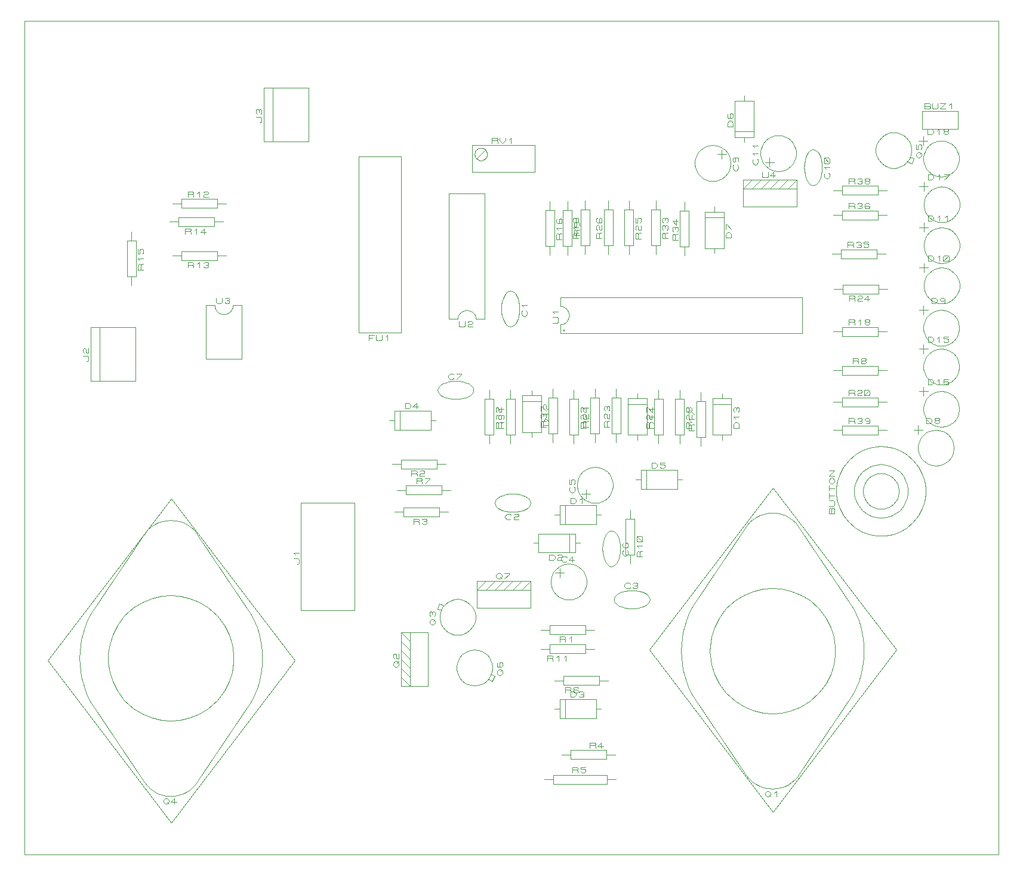
<source format=gbr>
G04 PROTEUS GERBER X2 FILE*
%TF.GenerationSoftware,Labcenter,Proteus,8.15-SP1-Build34318*%
%TF.CreationDate,2023-09-22T14:49:31+00:00*%
%TF.FileFunction,Legend,Top*%
%TF.FilePolarity,Positive*%
%TF.Part,Single*%
%TF.SameCoordinates,{cc55e535-ffdd-4919-8125-6210c26246c2}*%
%FSLAX45Y45*%
%MOMM*%
G01*
%TA.AperFunction,Profile*%
%ADD22C,0.101600*%
%TA.AperFunction,Material*%
%ADD23C,0.101600*%
%TA.AperFunction,NonMaterial*%
%ADD24C,0.101600*%
%TD.AperFunction*%
D22*
X-8290000Y-6520000D02*
X+5520000Y-6520000D01*
X+5520000Y+5300000D01*
X-8290000Y+5300000D01*
X-8290000Y-6520000D01*
D23*
X+54000Y-1277000D02*
X+53173Y-1256517D01*
X+46455Y-1215550D01*
X+32437Y-1174583D01*
X+9659Y-1133616D01*
X-25141Y-1092771D01*
X-66108Y-1061155D01*
X-107075Y-1040608D01*
X-148042Y-1028371D01*
X-189009Y-1023238D01*
X-200000Y-1023000D01*
X-454000Y-1277000D02*
X-453173Y-1256517D01*
X-446455Y-1215550D01*
X-432437Y-1174583D01*
X-409659Y-1133616D01*
X-374859Y-1092771D01*
X-333892Y-1061155D01*
X-292925Y-1040608D01*
X-251958Y-1028371D01*
X-210991Y-1023238D01*
X-200000Y-1023000D01*
X-454000Y-1277000D02*
X-453173Y-1297483D01*
X-446455Y-1338450D01*
X-432437Y-1379417D01*
X-409659Y-1420384D01*
X-374859Y-1461229D01*
X-333892Y-1492845D01*
X-292925Y-1513392D01*
X-251958Y-1525629D01*
X-210991Y-1530762D01*
X-200000Y-1531000D01*
X+54000Y-1277000D02*
X+53173Y-1297483D01*
X+46455Y-1338450D01*
X+32437Y-1379417D01*
X+9659Y-1420384D01*
X-25141Y-1461229D01*
X-66108Y-1492845D01*
X-107075Y-1513392D01*
X-148042Y-1525629D01*
X-189009Y-1530762D01*
X-200000Y-1531000D01*
X-327000Y-1467500D02*
X-327000Y-1340500D01*
X-390500Y-1404000D02*
X-263500Y-1404000D01*
X-497180Y-1304590D02*
X-484480Y-1317925D01*
X-484480Y-1357930D01*
X-509880Y-1384600D01*
X-535280Y-1384600D01*
X-560680Y-1357930D01*
X-560680Y-1317925D01*
X-547980Y-1304590D01*
X-560680Y-1197910D02*
X-560680Y-1264585D01*
X-535280Y-1264585D01*
X-535280Y-1211245D01*
X-522580Y-1197910D01*
X-497180Y-1197910D01*
X-484480Y-1211245D01*
X-484480Y-1251250D01*
X-497180Y-1264585D01*
X-693500Y+875000D02*
X+2735500Y+875000D01*
X+2735500Y+1383000D01*
X-693500Y+1383000D01*
X-693500Y+875000D02*
X-693500Y+1002000D01*
X-693500Y+1383000D02*
X-693500Y+1256000D01*
X-693500Y+1002000D02*
X-667532Y+1004527D01*
X-643518Y+1011798D01*
X-621923Y+1023348D01*
X-603211Y+1038711D01*
X-587848Y+1057423D01*
X-576298Y+1079019D01*
X-569027Y+1103033D01*
X-566500Y+1129000D01*
X-693500Y+1256000D02*
X-667532Y+1253473D01*
X-643518Y+1246202D01*
X-621923Y+1234653D01*
X-603211Y+1219289D01*
X-587848Y+1200577D01*
X-576298Y+1178982D01*
X-569027Y+1154968D01*
X-566500Y+1129000D01*
X-635516Y+915640D02*
X-635541Y+916237D01*
X-635743Y+917433D01*
X-636167Y+918629D01*
X-636861Y+919825D01*
X-637921Y+921004D01*
X-639117Y+921867D01*
X-640313Y+922416D01*
X-641509Y+922725D01*
X-642700Y+922824D01*
X-649884Y+915640D02*
X-649859Y+916237D01*
X-649657Y+917433D01*
X-649233Y+918629D01*
X-648539Y+919825D01*
X-647479Y+921004D01*
X-646283Y+921867D01*
X-645087Y+922416D01*
X-643891Y+922725D01*
X-642700Y+922824D01*
X-649884Y+915640D02*
X-649859Y+915043D01*
X-649657Y+913847D01*
X-649233Y+912651D01*
X-648539Y+911455D01*
X-647479Y+910276D01*
X-646283Y+909413D01*
X-645087Y+908864D01*
X-643891Y+908555D01*
X-642700Y+908456D01*
X-635516Y+915640D02*
X-635541Y+915043D01*
X-635743Y+913847D01*
X-636167Y+912651D01*
X-636861Y+911455D01*
X-637921Y+910276D01*
X-639117Y+909413D01*
X-640313Y+908864D01*
X-641509Y+908555D01*
X-642700Y+908456D01*
X-800180Y+1022320D02*
X-736680Y+1022320D01*
X-723980Y+1035655D01*
X-723980Y+1088995D01*
X-736680Y+1102330D01*
X-800180Y+1102330D01*
X-774780Y+1155670D02*
X-800180Y+1182340D01*
X-723980Y+1182340D01*
X+4891000Y-750000D02*
X+4890173Y-729517D01*
X+4883455Y-688550D01*
X+4869437Y-647583D01*
X+4846659Y-606616D01*
X+4811859Y-565771D01*
X+4770892Y-534155D01*
X+4729925Y-513608D01*
X+4688958Y-501371D01*
X+4647991Y-496238D01*
X+4637000Y-496000D01*
X+4383000Y-750000D02*
X+4383827Y-729517D01*
X+4390545Y-688550D01*
X+4404563Y-647583D01*
X+4427341Y-606616D01*
X+4462141Y-565771D01*
X+4503108Y-534155D01*
X+4544075Y-513608D01*
X+4585042Y-501371D01*
X+4626009Y-496238D01*
X+4637000Y-496000D01*
X+4383000Y-750000D02*
X+4383827Y-770483D01*
X+4390545Y-811450D01*
X+4404563Y-852417D01*
X+4427341Y-893384D01*
X+4462141Y-934229D01*
X+4503108Y-965845D01*
X+4544075Y-986392D01*
X+4585042Y-998629D01*
X+4626009Y-1003762D01*
X+4637000Y-1004000D01*
X+4891000Y-750000D02*
X+4890173Y-770483D01*
X+4883455Y-811450D01*
X+4869437Y-852417D01*
X+4846659Y-893384D01*
X+4811859Y-934229D01*
X+4770892Y-965845D01*
X+4729925Y-986392D01*
X+4688958Y-998629D01*
X+4647991Y-1003762D01*
X+4637000Y-1004000D01*
X+4319500Y-496000D02*
X+4446500Y-496000D01*
X+4383000Y-432500D02*
X+4383000Y-559500D01*
X+4498570Y-402020D02*
X+4498570Y-325820D01*
X+4551910Y-325820D01*
X+4578580Y-351220D01*
X+4578580Y-376620D01*
X+4551910Y-402020D01*
X+4498570Y-402020D01*
X+4631920Y-363920D02*
X+4618585Y-351220D01*
X+4618585Y-338520D01*
X+4631920Y-325820D01*
X+4671925Y-325820D01*
X+4685260Y-338520D01*
X+4685260Y-351220D01*
X+4671925Y-363920D01*
X+4631920Y-363920D01*
X+4618585Y-376620D01*
X+4618585Y-389320D01*
X+4631920Y-402020D01*
X+4671925Y-402020D01*
X+4685260Y-389320D01*
X+4685260Y-376620D01*
X+4671925Y-363920D01*
X+4967000Y+950000D02*
X+4966173Y+970483D01*
X+4959455Y+1011450D01*
X+4945437Y+1052417D01*
X+4922659Y+1093384D01*
X+4887859Y+1134229D01*
X+4846892Y+1165845D01*
X+4805925Y+1186392D01*
X+4764958Y+1198629D01*
X+4723991Y+1203762D01*
X+4713000Y+1204000D01*
X+4459000Y+950000D02*
X+4459827Y+970483D01*
X+4466545Y+1011450D01*
X+4480563Y+1052417D01*
X+4503341Y+1093384D01*
X+4538141Y+1134229D01*
X+4579108Y+1165845D01*
X+4620075Y+1186392D01*
X+4661042Y+1198629D01*
X+4702009Y+1203762D01*
X+4713000Y+1204000D01*
X+4459000Y+950000D02*
X+4459827Y+929517D01*
X+4466545Y+888550D01*
X+4480563Y+847583D01*
X+4503341Y+806616D01*
X+4538141Y+765771D01*
X+4579108Y+734155D01*
X+4620075Y+713608D01*
X+4661042Y+701371D01*
X+4702009Y+696238D01*
X+4713000Y+696000D01*
X+4967000Y+950000D02*
X+4966173Y+929517D01*
X+4959455Y+888550D01*
X+4945437Y+847583D01*
X+4922659Y+806616D01*
X+4887859Y+765771D01*
X+4846892Y+734155D01*
X+4805925Y+713608D01*
X+4764958Y+701371D01*
X+4723991Y+696238D01*
X+4713000Y+696000D01*
X+4395500Y+1204000D02*
X+4522500Y+1204000D01*
X+4459000Y+1267500D02*
X+4459000Y+1140500D01*
X+4574570Y+1297980D02*
X+4574570Y+1374180D01*
X+4627910Y+1374180D01*
X+4654580Y+1348780D01*
X+4654580Y+1323380D01*
X+4627910Y+1297980D01*
X+4574570Y+1297980D01*
X+4761260Y+1348780D02*
X+4747925Y+1336080D01*
X+4707920Y+1336080D01*
X+4694585Y+1348780D01*
X+4694585Y+1361480D01*
X+4707920Y+1374180D01*
X+4747925Y+1374180D01*
X+4761260Y+1361480D01*
X+4761260Y+1310680D01*
X+4747925Y+1297980D01*
X+4707920Y+1297980D01*
X+4967000Y+400000D02*
X+4966173Y+420483D01*
X+4959455Y+461450D01*
X+4945437Y+502417D01*
X+4922659Y+543384D01*
X+4887859Y+584229D01*
X+4846892Y+615845D01*
X+4805925Y+636392D01*
X+4764958Y+648629D01*
X+4723991Y+653762D01*
X+4713000Y+654000D01*
X+4459000Y+400000D02*
X+4459827Y+420483D01*
X+4466545Y+461450D01*
X+4480563Y+502417D01*
X+4503341Y+543384D01*
X+4538141Y+584229D01*
X+4579108Y+615845D01*
X+4620075Y+636392D01*
X+4661042Y+648629D01*
X+4702009Y+653762D01*
X+4713000Y+654000D01*
X+4459000Y+400000D02*
X+4459827Y+379517D01*
X+4466545Y+338550D01*
X+4480563Y+297583D01*
X+4503341Y+256616D01*
X+4538141Y+215771D01*
X+4579108Y+184155D01*
X+4620075Y+163608D01*
X+4661042Y+151371D01*
X+4702009Y+146238D01*
X+4713000Y+146000D01*
X+4967000Y+400000D02*
X+4966173Y+379517D01*
X+4959455Y+338550D01*
X+4945437Y+297583D01*
X+4922659Y+256616D01*
X+4887859Y+215771D01*
X+4846892Y+184155D01*
X+4805925Y+163608D01*
X+4764958Y+151371D01*
X+4723991Y+146238D01*
X+4713000Y+146000D01*
X+4395500Y+654000D02*
X+4522500Y+654000D01*
X+4459000Y+717500D02*
X+4459000Y+590500D01*
X+4521230Y+747980D02*
X+4521230Y+824180D01*
X+4574570Y+824180D01*
X+4601240Y+798780D01*
X+4601240Y+773380D01*
X+4574570Y+747980D01*
X+4521230Y+747980D01*
X+4654580Y+798780D02*
X+4681250Y+824180D01*
X+4681250Y+747980D01*
X+4814600Y+824180D02*
X+4747925Y+824180D01*
X+4747925Y+798780D01*
X+4801265Y+798780D01*
X+4814600Y+786080D01*
X+4814600Y+760680D01*
X+4801265Y+747980D01*
X+4761260Y+747980D01*
X+4747925Y+760680D01*
X+4967000Y-200000D02*
X+4966173Y-179517D01*
X+4959455Y-138550D01*
X+4945437Y-97583D01*
X+4922659Y-56616D01*
X+4887859Y-15771D01*
X+4846892Y+15845D01*
X+4805925Y+36392D01*
X+4764958Y+48629D01*
X+4723991Y+53762D01*
X+4713000Y+54000D01*
X+4459000Y-200000D02*
X+4459827Y-179517D01*
X+4466545Y-138550D01*
X+4480563Y-97583D01*
X+4503341Y-56616D01*
X+4538141Y-15771D01*
X+4579108Y+15845D01*
X+4620075Y+36392D01*
X+4661042Y+48629D01*
X+4702009Y+53762D01*
X+4713000Y+54000D01*
X+4459000Y-200000D02*
X+4459827Y-220483D01*
X+4466545Y-261450D01*
X+4480563Y-302417D01*
X+4503341Y-343384D01*
X+4538141Y-384229D01*
X+4579108Y-415845D01*
X+4620075Y-436392D01*
X+4661042Y-448629D01*
X+4702009Y-453762D01*
X+4713000Y-454000D01*
X+4967000Y-200000D02*
X+4966173Y-220483D01*
X+4959455Y-261450D01*
X+4945437Y-302417D01*
X+4922659Y-343384D01*
X+4887859Y-384229D01*
X+4846892Y-415845D01*
X+4805925Y-436392D01*
X+4764958Y-448629D01*
X+4723991Y-453762D01*
X+4713000Y-454000D01*
X+4395500Y+54000D02*
X+4522500Y+54000D01*
X+4459000Y+117500D02*
X+4459000Y-9500D01*
X+4521230Y+147980D02*
X+4521230Y+224180D01*
X+4574570Y+224180D01*
X+4601240Y+198780D01*
X+4601240Y+173380D01*
X+4574570Y+147980D01*
X+4521230Y+147980D01*
X+4654580Y+198780D02*
X+4681250Y+224180D01*
X+4681250Y+147980D01*
X+4814600Y+211480D02*
X+4801265Y+224180D01*
X+4761260Y+224180D01*
X+4747925Y+211480D01*
X+4747925Y+160680D01*
X+4761260Y+147980D01*
X+4801265Y+147980D01*
X+4814600Y+160680D01*
X+4814600Y+173380D01*
X+4801265Y+186080D01*
X+4747925Y+186080D01*
X+4971000Y+1550000D02*
X+4970173Y+1570483D01*
X+4963455Y+1611450D01*
X+4949437Y+1652417D01*
X+4926659Y+1693384D01*
X+4891859Y+1734229D01*
X+4850892Y+1765845D01*
X+4809925Y+1786392D01*
X+4768958Y+1798629D01*
X+4727991Y+1803762D01*
X+4717000Y+1804000D01*
X+4463000Y+1550000D02*
X+4463827Y+1570483D01*
X+4470545Y+1611450D01*
X+4484563Y+1652417D01*
X+4507341Y+1693384D01*
X+4542141Y+1734229D01*
X+4583108Y+1765845D01*
X+4624075Y+1786392D01*
X+4665042Y+1798629D01*
X+4706009Y+1803762D01*
X+4717000Y+1804000D01*
X+4463000Y+1550000D02*
X+4463827Y+1529517D01*
X+4470545Y+1488550D01*
X+4484563Y+1447583D01*
X+4507341Y+1406616D01*
X+4542141Y+1365771D01*
X+4583108Y+1334155D01*
X+4624075Y+1313608D01*
X+4665042Y+1301371D01*
X+4706009Y+1296238D01*
X+4717000Y+1296000D01*
X+4971000Y+1550000D02*
X+4970173Y+1529517D01*
X+4963455Y+1488550D01*
X+4949437Y+1447583D01*
X+4926659Y+1406616D01*
X+4891859Y+1365771D01*
X+4850892Y+1334155D01*
X+4809925Y+1313608D01*
X+4768958Y+1301371D01*
X+4727991Y+1296238D01*
X+4717000Y+1296000D01*
X+4399500Y+1804000D02*
X+4526500Y+1804000D01*
X+4463000Y+1867500D02*
X+4463000Y+1740500D01*
X+4525230Y+1897980D02*
X+4525230Y+1974180D01*
X+4578570Y+1974180D01*
X+4605240Y+1948780D01*
X+4605240Y+1923380D01*
X+4578570Y+1897980D01*
X+4525230Y+1897980D01*
X+4658580Y+1948780D02*
X+4685250Y+1974180D01*
X+4685250Y+1897980D01*
X+4738590Y+1910680D02*
X+4738590Y+1961480D01*
X+4751925Y+1974180D01*
X+4805265Y+1974180D01*
X+4818600Y+1961480D01*
X+4818600Y+1910680D01*
X+4805265Y+1897980D01*
X+4751925Y+1897980D01*
X+4738590Y+1910680D01*
X+4738590Y+1897980D02*
X+4818600Y+1974180D01*
X+4971000Y+2120000D02*
X+4970173Y+2140483D01*
X+4963455Y+2181450D01*
X+4949437Y+2222417D01*
X+4926659Y+2263384D01*
X+4891859Y+2304229D01*
X+4850892Y+2335845D01*
X+4809925Y+2356392D01*
X+4768958Y+2368629D01*
X+4727991Y+2373762D01*
X+4717000Y+2374000D01*
X+4463000Y+2120000D02*
X+4463827Y+2140483D01*
X+4470545Y+2181450D01*
X+4484563Y+2222417D01*
X+4507341Y+2263384D01*
X+4542141Y+2304229D01*
X+4583108Y+2335845D01*
X+4624075Y+2356392D01*
X+4665042Y+2368629D01*
X+4706009Y+2373762D01*
X+4717000Y+2374000D01*
X+4463000Y+2120000D02*
X+4463827Y+2099517D01*
X+4470545Y+2058550D01*
X+4484563Y+2017583D01*
X+4507341Y+1976616D01*
X+4542141Y+1935771D01*
X+4583108Y+1904155D01*
X+4624075Y+1883608D01*
X+4665042Y+1871371D01*
X+4706009Y+1866238D01*
X+4717000Y+1866000D01*
X+4971000Y+2120000D02*
X+4970173Y+2099517D01*
X+4963455Y+2058550D01*
X+4949437Y+2017583D01*
X+4926659Y+1976616D01*
X+4891859Y+1935771D01*
X+4850892Y+1904155D01*
X+4809925Y+1883608D01*
X+4768958Y+1871371D01*
X+4727991Y+1866238D01*
X+4717000Y+1866000D01*
X+4399500Y+2374000D02*
X+4526500Y+2374000D01*
X+4463000Y+2437500D02*
X+4463000Y+2310500D01*
X+4525230Y+2467980D02*
X+4525230Y+2544180D01*
X+4578570Y+2544180D01*
X+4605240Y+2518780D01*
X+4605240Y+2493380D01*
X+4578570Y+2467980D01*
X+4525230Y+2467980D01*
X+4658580Y+2518780D02*
X+4685250Y+2544180D01*
X+4685250Y+2467980D01*
X+4765260Y+2518780D02*
X+4791930Y+2544180D01*
X+4791930Y+2467980D01*
X+4971000Y+2700000D02*
X+4970173Y+2720483D01*
X+4963455Y+2761450D01*
X+4949437Y+2802417D01*
X+4926659Y+2843384D01*
X+4891859Y+2884229D01*
X+4850892Y+2915845D01*
X+4809925Y+2936392D01*
X+4768958Y+2948629D01*
X+4727991Y+2953762D01*
X+4717000Y+2954000D01*
X+4463000Y+2700000D02*
X+4463827Y+2720483D01*
X+4470545Y+2761450D01*
X+4484563Y+2802417D01*
X+4507341Y+2843384D01*
X+4542141Y+2884229D01*
X+4583108Y+2915845D01*
X+4624075Y+2936392D01*
X+4665042Y+2948629D01*
X+4706009Y+2953762D01*
X+4717000Y+2954000D01*
X+4463000Y+2700000D02*
X+4463827Y+2679517D01*
X+4470545Y+2638550D01*
X+4484563Y+2597583D01*
X+4507341Y+2556616D01*
X+4542141Y+2515771D01*
X+4583108Y+2484155D01*
X+4624075Y+2463608D01*
X+4665042Y+2451371D01*
X+4706009Y+2446238D01*
X+4717000Y+2446000D01*
X+4971000Y+2700000D02*
X+4970173Y+2679517D01*
X+4963455Y+2638550D01*
X+4949437Y+2597583D01*
X+4926659Y+2556616D01*
X+4891859Y+2515771D01*
X+4850892Y+2484155D01*
X+4809925Y+2463608D01*
X+4768958Y+2451371D01*
X+4727991Y+2446238D01*
X+4717000Y+2446000D01*
X+4399500Y+2954000D02*
X+4526500Y+2954000D01*
X+4463000Y+3017500D02*
X+4463000Y+2890500D01*
X+4525230Y+3047980D02*
X+4525230Y+3124180D01*
X+4578570Y+3124180D01*
X+4605240Y+3098780D01*
X+4605240Y+3073380D01*
X+4578570Y+3047980D01*
X+4525230Y+3047980D01*
X+4658580Y+3098780D02*
X+4685250Y+3124180D01*
X+4685250Y+3047980D01*
X+4751925Y+3124180D02*
X+4818600Y+3124180D01*
X+4818600Y+3111480D01*
X+4751925Y+3047980D01*
X+4965000Y+3350000D02*
X+4964173Y+3370483D01*
X+4957455Y+3411450D01*
X+4943437Y+3452417D01*
X+4920659Y+3493384D01*
X+4885859Y+3534229D01*
X+4844892Y+3565845D01*
X+4803925Y+3586392D01*
X+4762958Y+3598629D01*
X+4721991Y+3603762D01*
X+4711000Y+3604000D01*
X+4457000Y+3350000D02*
X+4457827Y+3370483D01*
X+4464545Y+3411450D01*
X+4478563Y+3452417D01*
X+4501341Y+3493384D01*
X+4536141Y+3534229D01*
X+4577108Y+3565845D01*
X+4618075Y+3586392D01*
X+4659042Y+3598629D01*
X+4700009Y+3603762D01*
X+4711000Y+3604000D01*
X+4457000Y+3350000D02*
X+4457827Y+3329517D01*
X+4464545Y+3288550D01*
X+4478563Y+3247583D01*
X+4501341Y+3206616D01*
X+4536141Y+3165771D01*
X+4577108Y+3134155D01*
X+4618075Y+3113608D01*
X+4659042Y+3101371D01*
X+4700009Y+3096238D01*
X+4711000Y+3096000D01*
X+4965000Y+3350000D02*
X+4964173Y+3329517D01*
X+4957455Y+3288550D01*
X+4943437Y+3247583D01*
X+4920659Y+3206616D01*
X+4885859Y+3165771D01*
X+4844892Y+3134155D01*
X+4803925Y+3113608D01*
X+4762958Y+3101371D01*
X+4721991Y+3096238D01*
X+4711000Y+3096000D01*
X+4393500Y+3604000D02*
X+4520500Y+3604000D01*
X+4457000Y+3667500D02*
X+4457000Y+3540500D01*
X+4519230Y+3697980D02*
X+4519230Y+3774180D01*
X+4572570Y+3774180D01*
X+4599240Y+3748780D01*
X+4599240Y+3723380D01*
X+4572570Y+3697980D01*
X+4519230Y+3697980D01*
X+4652580Y+3748780D02*
X+4679250Y+3774180D01*
X+4679250Y+3697980D01*
X+4759260Y+3736080D02*
X+4745925Y+3748780D01*
X+4745925Y+3761480D01*
X+4759260Y+3774180D01*
X+4799265Y+3774180D01*
X+4812600Y+3761480D01*
X+4812600Y+3748780D01*
X+4799265Y+3736080D01*
X+4759260Y+3736080D01*
X+4745925Y+3723380D01*
X+4745925Y+3710680D01*
X+4759260Y+3697980D01*
X+4799265Y+3697980D01*
X+4812600Y+3710680D01*
X+4812600Y+3723380D01*
X+4799265Y+3736080D01*
X+3181000Y-500000D02*
X+3308000Y-500000D01*
X+3308000Y-563500D02*
X+3816000Y-563500D01*
X+3816000Y-436500D01*
X+3308000Y-436500D01*
X+3308000Y-563500D01*
X+3816000Y-500000D02*
X+3943000Y-500000D01*
X+3401980Y-406020D02*
X+3401980Y-329820D01*
X+3468655Y-329820D01*
X+3481990Y-342520D01*
X+3481990Y-355220D01*
X+3468655Y-367920D01*
X+3401980Y-367920D01*
X+3468655Y-367920D02*
X+3481990Y-380620D01*
X+3481990Y-406020D01*
X+3521995Y-342520D02*
X+3535330Y-329820D01*
X+3575335Y-329820D01*
X+3588670Y-342520D01*
X+3588670Y-355220D01*
X+3575335Y-367920D01*
X+3588670Y-380620D01*
X+3588670Y-393320D01*
X+3575335Y-406020D01*
X+3535330Y-406020D01*
X+3521995Y-393320D01*
X+3548665Y-367920D02*
X+3575335Y-367920D01*
X+3695350Y-355220D02*
X+3682015Y-367920D01*
X+3642010Y-367920D01*
X+3628675Y-355220D01*
X+3628675Y-342520D01*
X+3642010Y-329820D01*
X+3682015Y-329820D01*
X+3695350Y-342520D01*
X+3695350Y-393320D01*
X+3682015Y-406020D01*
X+3642010Y-406020D01*
X+3181000Y-100000D02*
X+3308000Y-100000D01*
X+3308000Y-163500D02*
X+3816000Y-163500D01*
X+3816000Y-36500D01*
X+3308000Y-36500D01*
X+3308000Y-163500D01*
X+3816000Y-100000D02*
X+3943000Y-100000D01*
X+3401980Y-6020D02*
X+3401980Y+70180D01*
X+3468655Y+70180D01*
X+3481990Y+57480D01*
X+3481990Y+44780D01*
X+3468655Y+32080D01*
X+3401980Y+32080D01*
X+3468655Y+32080D02*
X+3481990Y+19380D01*
X+3481990Y-6020D01*
X+3521995Y+57480D02*
X+3535330Y+70180D01*
X+3575335Y+70180D01*
X+3588670Y+57480D01*
X+3588670Y+44780D01*
X+3575335Y+32080D01*
X+3535330Y+32080D01*
X+3521995Y+19380D01*
X+3521995Y-6020D01*
X+3588670Y-6020D01*
X+3615340Y+6680D02*
X+3615340Y+57480D01*
X+3628675Y+70180D01*
X+3682015Y+70180D01*
X+3695350Y+57480D01*
X+3695350Y+6680D01*
X+3682015Y-6020D01*
X+3628675Y-6020D01*
X+3615340Y+6680D01*
X+3615340Y-6020D02*
X+3695350Y+70180D01*
X+3181000Y+350000D02*
X+3308000Y+350000D01*
X+3308000Y+286500D02*
X+3816000Y+286500D01*
X+3816000Y+413500D01*
X+3308000Y+413500D01*
X+3308000Y+286500D01*
X+3816000Y+350000D02*
X+3943000Y+350000D01*
X+3455320Y+443980D02*
X+3455320Y+520180D01*
X+3521995Y+520180D01*
X+3535330Y+507480D01*
X+3535330Y+494780D01*
X+3521995Y+482080D01*
X+3455320Y+482080D01*
X+3521995Y+482080D02*
X+3535330Y+469380D01*
X+3535330Y+443980D01*
X+3588670Y+482080D02*
X+3575335Y+494780D01*
X+3575335Y+507480D01*
X+3588670Y+520180D01*
X+3628675Y+520180D01*
X+3642010Y+507480D01*
X+3642010Y+494780D01*
X+3628675Y+482080D01*
X+3588670Y+482080D01*
X+3575335Y+469380D01*
X+3575335Y+456680D01*
X+3588670Y+443980D01*
X+3628675Y+443980D01*
X+3642010Y+456680D01*
X+3642010Y+469380D01*
X+3628675Y+482080D01*
X+3947000Y+1500000D02*
X+3820000Y+1500000D01*
X+3312000Y+1436500D02*
X+3820000Y+1436500D01*
X+3820000Y+1563500D01*
X+3312000Y+1563500D01*
X+3312000Y+1436500D01*
X+3312000Y+1500000D02*
X+3185000Y+1500000D01*
X+3405980Y+1329820D02*
X+3405980Y+1406020D01*
X+3472655Y+1406020D01*
X+3485990Y+1393320D01*
X+3485990Y+1380620D01*
X+3472655Y+1367920D01*
X+3405980Y+1367920D01*
X+3472655Y+1367920D02*
X+3485990Y+1355220D01*
X+3485990Y+1329820D01*
X+3525995Y+1393320D02*
X+3539330Y+1406020D01*
X+3579335Y+1406020D01*
X+3592670Y+1393320D01*
X+3592670Y+1380620D01*
X+3579335Y+1367920D01*
X+3539330Y+1367920D01*
X+3525995Y+1355220D01*
X+3525995Y+1329820D01*
X+3592670Y+1329820D01*
X+3699350Y+1355220D02*
X+3619340Y+1355220D01*
X+3672680Y+1406020D01*
X+3672680Y+1329820D01*
X+3165000Y+2000000D02*
X+3292000Y+2000000D01*
X+3292000Y+1936500D02*
X+3800000Y+1936500D01*
X+3800000Y+2063500D01*
X+3292000Y+2063500D01*
X+3292000Y+1936500D01*
X+3800000Y+2000000D02*
X+3927000Y+2000000D01*
X+3385980Y+2093980D02*
X+3385980Y+2170180D01*
X+3452655Y+2170180D01*
X+3465990Y+2157480D01*
X+3465990Y+2144780D01*
X+3452655Y+2132080D01*
X+3385980Y+2132080D01*
X+3452655Y+2132080D02*
X+3465990Y+2119380D01*
X+3465990Y+2093980D01*
X+3505995Y+2157480D02*
X+3519330Y+2170180D01*
X+3559335Y+2170180D01*
X+3572670Y+2157480D01*
X+3572670Y+2144780D01*
X+3559335Y+2132080D01*
X+3572670Y+2119380D01*
X+3572670Y+2106680D01*
X+3559335Y+2093980D01*
X+3519330Y+2093980D01*
X+3505995Y+2106680D01*
X+3532665Y+2132080D02*
X+3559335Y+2132080D01*
X+3679350Y+2170180D02*
X+3612675Y+2170180D01*
X+3612675Y+2144780D01*
X+3666015Y+2144780D01*
X+3679350Y+2132080D01*
X+3679350Y+2106680D01*
X+3666015Y+2093980D01*
X+3626010Y+2093980D01*
X+3612675Y+2106680D01*
X+3181000Y+2550000D02*
X+3308000Y+2550000D01*
X+3308000Y+2486500D02*
X+3816000Y+2486500D01*
X+3816000Y+2613500D01*
X+3308000Y+2613500D01*
X+3308000Y+2486500D01*
X+3816000Y+2550000D02*
X+3943000Y+2550000D01*
X+3401980Y+2643980D02*
X+3401980Y+2720180D01*
X+3468655Y+2720180D01*
X+3481990Y+2707480D01*
X+3481990Y+2694780D01*
X+3468655Y+2682080D01*
X+3401980Y+2682080D01*
X+3468655Y+2682080D02*
X+3481990Y+2669380D01*
X+3481990Y+2643980D01*
X+3521995Y+2707480D02*
X+3535330Y+2720180D01*
X+3575335Y+2720180D01*
X+3588670Y+2707480D01*
X+3588670Y+2694780D01*
X+3575335Y+2682080D01*
X+3588670Y+2669380D01*
X+3588670Y+2656680D01*
X+3575335Y+2643980D01*
X+3535330Y+2643980D01*
X+3521995Y+2656680D01*
X+3548665Y+2682080D02*
X+3575335Y+2682080D01*
X+3695350Y+2707480D02*
X+3682015Y+2720180D01*
X+3642010Y+2720180D01*
X+3628675Y+2707480D01*
X+3628675Y+2656680D01*
X+3642010Y+2643980D01*
X+3682015Y+2643980D01*
X+3695350Y+2656680D01*
X+3695350Y+2669380D01*
X+3682015Y+2682080D01*
X+3628675Y+2682080D01*
X+3181000Y+2900000D02*
X+3308000Y+2900000D01*
X+3308000Y+2836500D02*
X+3816000Y+2836500D01*
X+3816000Y+2963500D01*
X+3308000Y+2963500D01*
X+3308000Y+2836500D01*
X+3816000Y+2900000D02*
X+3943000Y+2900000D01*
X+3401980Y+2993980D02*
X+3401980Y+3070180D01*
X+3468655Y+3070180D01*
X+3481990Y+3057480D01*
X+3481990Y+3044780D01*
X+3468655Y+3032080D01*
X+3401980Y+3032080D01*
X+3468655Y+3032080D02*
X+3481990Y+3019380D01*
X+3481990Y+2993980D01*
X+3521995Y+3057480D02*
X+3535330Y+3070180D01*
X+3575335Y+3070180D01*
X+3588670Y+3057480D01*
X+3588670Y+3044780D01*
X+3575335Y+3032080D01*
X+3588670Y+3019380D01*
X+3588670Y+3006680D01*
X+3575335Y+2993980D01*
X+3535330Y+2993980D01*
X+3521995Y+3006680D01*
X+3548665Y+3032080D02*
X+3575335Y+3032080D01*
X+3642010Y+3032080D02*
X+3628675Y+3044780D01*
X+3628675Y+3057480D01*
X+3642010Y+3070180D01*
X+3682015Y+3070180D01*
X+3695350Y+3057480D01*
X+3695350Y+3044780D01*
X+3682015Y+3032080D01*
X+3642010Y+3032080D01*
X+3628675Y+3019380D01*
X+3628675Y+3006680D01*
X+3642010Y+2993980D01*
X+3682015Y+2993980D01*
X+3695350Y+3006680D01*
X+3695350Y+3019380D01*
X+3682015Y+3032080D01*
X+3181000Y+900000D02*
X+3308000Y+900000D01*
X+3308000Y+836500D02*
X+3816000Y+836500D01*
X+3816000Y+963500D01*
X+3308000Y+963500D01*
X+3308000Y+836500D01*
X+3816000Y+900000D02*
X+3943000Y+900000D01*
X+3401980Y+993980D02*
X+3401980Y+1070180D01*
X+3468655Y+1070180D01*
X+3481990Y+1057480D01*
X+3481990Y+1044780D01*
X+3468655Y+1032080D01*
X+3401980Y+1032080D01*
X+3468655Y+1032080D02*
X+3481990Y+1019380D01*
X+3481990Y+993980D01*
X+3535330Y+1044780D02*
X+3562000Y+1070180D01*
X+3562000Y+993980D01*
X+3642010Y+1032080D02*
X+3628675Y+1044780D01*
X+3628675Y+1057480D01*
X+3642010Y+1070180D01*
X+3682015Y+1070180D01*
X+3695350Y+1057480D01*
X+3695350Y+1044780D01*
X+3682015Y+1032080D01*
X+3642010Y+1032080D01*
X+3628675Y+1019380D01*
X+3628675Y+1006680D01*
X+3642010Y+993980D01*
X+3682015Y+993980D01*
X+3695350Y+1006680D01*
X+3695350Y+1019380D01*
X+3682015Y+1032080D01*
X+1300000Y-723000D02*
X+1300000Y-596000D01*
X+1236500Y-596000D02*
X+1363500Y-596000D01*
X+1363500Y-88000D01*
X+1236500Y-88000D01*
X+1236500Y-596000D01*
X+1300000Y-88000D02*
X+1300000Y+39000D01*
X+1206020Y-502020D02*
X+1129820Y-502020D01*
X+1129820Y-435345D01*
X+1142520Y-422010D01*
X+1155220Y-422010D01*
X+1167920Y-435345D01*
X+1167920Y-502020D01*
X+1167920Y-435345D02*
X+1180620Y-422010D01*
X+1206020Y-422010D01*
X+1155220Y-368670D02*
X+1129820Y-342000D01*
X+1206020Y-342000D01*
X+1129820Y-275325D02*
X+1129820Y-208650D01*
X+1142520Y-208650D01*
X+1206020Y-275325D01*
X-800000Y-673000D02*
X-800000Y-546000D01*
X-863500Y-546000D02*
X-736500Y-546000D01*
X-736500Y-38000D01*
X-863500Y-38000D01*
X-863500Y-546000D01*
X-800000Y-38000D02*
X-800000Y+89000D01*
X-893980Y-452020D02*
X-970180Y-452020D01*
X-970180Y-385345D01*
X-957480Y-372010D01*
X-944780Y-372010D01*
X-932080Y-385345D01*
X-932080Y-452020D01*
X-932080Y-385345D02*
X-919380Y-372010D01*
X-893980Y-372010D01*
X-957480Y-332005D02*
X-970180Y-318670D01*
X-970180Y-278665D01*
X-957480Y-265330D01*
X-944780Y-265330D01*
X-932080Y-278665D01*
X-919380Y-265330D01*
X-906680Y-265330D01*
X-893980Y-278665D01*
X-893980Y-318670D01*
X-906680Y-332005D01*
X-932080Y-305335D02*
X-932080Y-278665D01*
X-970180Y-225325D02*
X-970180Y-158650D01*
X-957480Y-158650D01*
X-893980Y-225325D01*
X-200000Y-673000D02*
X-200000Y-546000D01*
X-263500Y-546000D02*
X-136500Y-546000D01*
X-136500Y-38000D01*
X-263500Y-38000D01*
X-263500Y-546000D01*
X-200000Y-38000D02*
X-200000Y+89000D01*
X-293980Y-452020D02*
X-370180Y-452020D01*
X-370180Y-385345D01*
X-357480Y-372010D01*
X-344780Y-372010D01*
X-332080Y-385345D01*
X-332080Y-452020D01*
X-332080Y-385345D02*
X-319380Y-372010D01*
X-293980Y-372010D01*
X-357480Y-332005D02*
X-370180Y-318670D01*
X-370180Y-278665D01*
X-357480Y-265330D01*
X-344780Y-265330D01*
X-332080Y-278665D01*
X-332080Y-318670D01*
X-319380Y-332005D01*
X-293980Y-332005D01*
X-293980Y-265330D01*
X-344780Y-211990D02*
X-370180Y-185320D01*
X-293980Y-185320D01*
X+100000Y-673000D02*
X+100000Y-546000D01*
X+36500Y-546000D02*
X+163500Y-546000D01*
X+163500Y-38000D01*
X+36500Y-38000D01*
X+36500Y-546000D01*
X+100000Y-38000D02*
X+100000Y+89000D01*
X+6020Y-452020D02*
X-70180Y-452020D01*
X-70180Y-385345D01*
X-57480Y-372010D01*
X-44780Y-372010D01*
X-32080Y-385345D01*
X-32080Y-452020D01*
X-32080Y-385345D02*
X-19380Y-372010D01*
X+6020Y-372010D01*
X-57480Y-332005D02*
X-70180Y-318670D01*
X-70180Y-278665D01*
X-57480Y-265330D01*
X-44780Y-265330D01*
X-32080Y-278665D01*
X-32080Y-318670D01*
X-19380Y-332005D01*
X+6020Y-332005D01*
X+6020Y-265330D01*
X-57480Y-225325D02*
X-70180Y-211990D01*
X-70180Y-171985D01*
X-57480Y-158650D01*
X-44780Y-158650D01*
X-32080Y-171985D01*
X-19380Y-158650D01*
X-6680Y-158650D01*
X+6020Y-171985D01*
X+6020Y-211990D01*
X-6680Y-225325D01*
X-32080Y-198655D02*
X-32080Y-171985D01*
X+280000Y+2757701D02*
X+280000Y+2630701D01*
X+216500Y+2122701D02*
X+343500Y+2122701D01*
X+343500Y+2630701D01*
X+216500Y+2630701D01*
X+216500Y+2122701D01*
X+280000Y+2122701D02*
X+280000Y+1995701D01*
X+450180Y+2216681D02*
X+373980Y+2216681D01*
X+373980Y+2283356D01*
X+386680Y+2296691D01*
X+399380Y+2296691D01*
X+412080Y+2283356D01*
X+412080Y+2216681D01*
X+412080Y+2283356D02*
X+424780Y+2296691D01*
X+450180Y+2296691D01*
X+386680Y+2336696D02*
X+373980Y+2350031D01*
X+373980Y+2390036D01*
X+386680Y+2403371D01*
X+399380Y+2403371D01*
X+412080Y+2390036D01*
X+412080Y+2350031D01*
X+424780Y+2336696D01*
X+450180Y+2336696D01*
X+450180Y+2403371D01*
X+373980Y+2510051D02*
X+373980Y+2443376D01*
X+399380Y+2443376D01*
X+399380Y+2496716D01*
X+412080Y+2510051D01*
X+437480Y+2510051D01*
X+450180Y+2496716D01*
X+450180Y+2456711D01*
X+437480Y+2443376D01*
X+700000Y-689000D02*
X+700000Y-562000D01*
X+636500Y-562000D02*
X+763500Y-562000D01*
X+763500Y-54000D01*
X+636500Y-54000D01*
X+636500Y-562000D01*
X+700000Y-54000D02*
X+700000Y+73000D01*
X+606020Y-468020D02*
X+529820Y-468020D01*
X+529820Y-401345D01*
X+542520Y-388010D01*
X+555220Y-388010D01*
X+567920Y-401345D01*
X+567920Y-468020D01*
X+567920Y-401345D02*
X+580620Y-388010D01*
X+606020Y-388010D01*
X+542520Y-348005D02*
X+529820Y-334670D01*
X+529820Y-294665D01*
X+542520Y-281330D01*
X+555220Y-281330D01*
X+567920Y-294665D01*
X+567920Y-334670D01*
X+580620Y-348005D01*
X+606020Y-348005D01*
X+606020Y-281330D01*
X+529820Y-241325D02*
X+529820Y-174650D01*
X+542520Y-174650D01*
X+606020Y-241325D01*
X-1400000Y-689000D02*
X-1400000Y-562000D01*
X-1463500Y-562000D02*
X-1336500Y-562000D01*
X-1336500Y-54000D01*
X-1463500Y-54000D01*
X-1463500Y-562000D01*
X-1400000Y-54000D02*
X-1400000Y+73000D01*
X-1493980Y-468020D02*
X-1570180Y-468020D01*
X-1570180Y-401345D01*
X-1557480Y-388010D01*
X-1544780Y-388010D01*
X-1532080Y-401345D01*
X-1532080Y-468020D01*
X-1532080Y-401345D02*
X-1519380Y-388010D01*
X-1493980Y-388010D01*
X-1557480Y-348005D02*
X-1570180Y-334670D01*
X-1570180Y-294665D01*
X-1557480Y-281330D01*
X-1544780Y-281330D01*
X-1532080Y-294665D01*
X-1519380Y-281330D01*
X-1506680Y-281330D01*
X-1493980Y-294665D01*
X-1493980Y-334670D01*
X-1506680Y-348005D01*
X-1532080Y-321335D02*
X-1532080Y-294665D01*
X-1544780Y-227990D02*
X-1570180Y-201320D01*
X-1493980Y-201320D01*
X+660000Y+2759000D02*
X+660000Y+2632000D01*
X+596500Y+2124000D02*
X+723500Y+2124000D01*
X+723500Y+2632000D01*
X+596500Y+2632000D01*
X+596500Y+2124000D01*
X+660000Y+2124000D02*
X+660000Y+1997000D01*
X+830180Y+2217980D02*
X+753980Y+2217980D01*
X+753980Y+2284655D01*
X+766680Y+2297990D01*
X+779380Y+2297990D01*
X+792080Y+2284655D01*
X+792080Y+2217980D01*
X+792080Y+2284655D02*
X+804780Y+2297990D01*
X+830180Y+2297990D01*
X+766680Y+2337995D02*
X+753980Y+2351330D01*
X+753980Y+2391335D01*
X+766680Y+2404670D01*
X+779380Y+2404670D01*
X+792080Y+2391335D01*
X+804780Y+2404670D01*
X+817480Y+2404670D01*
X+830180Y+2391335D01*
X+830180Y+2351330D01*
X+817480Y+2337995D01*
X+792080Y+2364665D02*
X+792080Y+2391335D01*
X+766680Y+2444675D02*
X+753980Y+2458010D01*
X+753980Y+2498015D01*
X+766680Y+2511350D01*
X+779380Y+2511350D01*
X+792080Y+2498015D01*
X+804780Y+2511350D01*
X+817480Y+2511350D01*
X+830180Y+2498015D01*
X+830180Y+2458010D01*
X+817480Y+2444675D01*
X+792080Y+2471345D02*
X+792080Y+2498015D01*
X+1467920Y-567080D02*
X+1734620Y-567080D01*
X+1734620Y-48920D01*
X+1467920Y-48920D01*
X+1467920Y-567080D01*
X+1732080Y-130200D02*
X+1470460Y-130200D01*
X+1600000Y+22200D02*
X+1600000Y-48920D01*
X+1600000Y-567080D02*
X+1600000Y-638200D01*
X+1841300Y-468020D02*
X+1765100Y-468020D01*
X+1765100Y-414680D01*
X+1790500Y-388010D01*
X+1815900Y-388010D01*
X+1841300Y-414680D01*
X+1841300Y-468020D01*
X+1790500Y-334670D02*
X+1765100Y-308000D01*
X+1841300Y-308000D01*
X+1777800Y-241325D02*
X+1765100Y-227990D01*
X+1765100Y-187985D01*
X+1777800Y-174650D01*
X+1790500Y-174650D01*
X+1803200Y-187985D01*
X+1815900Y-174650D01*
X+1828600Y-174650D01*
X+1841300Y-187985D01*
X+1841300Y-227990D01*
X+1828600Y-241325D01*
X+1803200Y-214655D02*
X+1803200Y-187985D01*
X-1232080Y-527080D02*
X-965380Y-527080D01*
X-965380Y-8920D01*
X-1232080Y-8920D01*
X-1232080Y-527080D01*
X-967920Y-90200D02*
X-1229540Y-90200D01*
X-1100000Y+62200D02*
X-1100000Y-8920D01*
X-1100000Y-527080D02*
X-1100000Y-598200D01*
X-858700Y-428020D02*
X-934900Y-428020D01*
X-934900Y-374680D01*
X-909500Y-348010D01*
X-884100Y-348010D01*
X-858700Y-374680D01*
X-858700Y-428020D01*
X-909500Y-294670D02*
X-934900Y-268000D01*
X-858700Y-268000D01*
X-922200Y-201325D02*
X-934900Y-187990D01*
X-934900Y-147985D01*
X-922200Y-134650D01*
X-909500Y-134650D01*
X-896800Y-147985D01*
X-896800Y-187990D01*
X-884100Y-201325D01*
X-858700Y-201325D01*
X-858700Y-134650D01*
X-500000Y+73000D02*
X-500000Y-54000D01*
X-563500Y-562000D02*
X-436500Y-562000D01*
X-436500Y-54000D01*
X-563500Y-54000D01*
X-563500Y-562000D01*
X-500000Y-562000D02*
X-500000Y-689000D01*
X-329820Y-468020D02*
X-406020Y-468020D01*
X-406020Y-401345D01*
X-393320Y-388010D01*
X-380620Y-388010D01*
X-367920Y-401345D01*
X-367920Y-468020D01*
X-367920Y-401345D02*
X-355220Y-388010D01*
X-329820Y-388010D01*
X-393320Y-348005D02*
X-406020Y-334670D01*
X-406020Y-294665D01*
X-393320Y-281330D01*
X-380620Y-281330D01*
X-367920Y-294665D01*
X-367920Y-334670D01*
X-355220Y-348005D01*
X-329820Y-348005D01*
X-329820Y-281330D01*
X-393320Y-241325D02*
X-406020Y-227990D01*
X-406020Y-187985D01*
X-393320Y-174650D01*
X-380620Y-174650D01*
X-367920Y-187985D01*
X-367920Y-227990D01*
X-355220Y-241325D01*
X-329820Y-241325D01*
X-329820Y-174650D01*
X+267920Y-567080D02*
X+534620Y-567080D01*
X+534620Y-48920D01*
X+267920Y-48920D01*
X+267920Y-567080D01*
X+532080Y-130200D02*
X+270460Y-130200D01*
X+400000Y+22200D02*
X+400000Y-48920D01*
X+400000Y-567080D02*
X+400000Y-638200D01*
X+641300Y-468020D02*
X+565100Y-468020D01*
X+565100Y-414680D01*
X+590500Y-388010D01*
X+615900Y-388010D01*
X+641300Y-414680D01*
X+641300Y-468020D01*
X+590500Y-334670D02*
X+565100Y-308000D01*
X+641300Y-308000D01*
X+615900Y-174650D02*
X+615900Y-254660D01*
X+565100Y-201320D01*
X+641300Y-201320D01*
X-10000Y+1997000D02*
X-10000Y+2124000D01*
X-73500Y+2124000D02*
X+53500Y+2124000D01*
X+53500Y+2632000D01*
X-73500Y+2632000D01*
X-73500Y+2124000D01*
X-10000Y+2632000D02*
X-10000Y+2759000D01*
X-103980Y+2217980D02*
X-180180Y+2217980D01*
X-180180Y+2284655D01*
X-167480Y+2297990D01*
X-154780Y+2297990D01*
X-142080Y+2284655D01*
X-142080Y+2217980D01*
X-142080Y+2284655D02*
X-129380Y+2297990D01*
X-103980Y+2297990D01*
X-167480Y+2337995D02*
X-180180Y+2351330D01*
X-180180Y+2391335D01*
X-167480Y+2404670D01*
X-154780Y+2404670D01*
X-142080Y+2391335D01*
X-142080Y+2351330D01*
X-129380Y+2337995D01*
X-103980Y+2337995D01*
X-103980Y+2404670D01*
X-167480Y+2511350D02*
X-180180Y+2498015D01*
X-180180Y+2458010D01*
X-167480Y+2444675D01*
X-116680Y+2444675D01*
X-103980Y+2458010D01*
X-103980Y+2498015D01*
X-116680Y+2511350D01*
X-129380Y+2511350D01*
X-142080Y+2498015D01*
X-142080Y+2444675D01*
X+1000000Y+73000D02*
X+1000000Y-54000D01*
X+936500Y-562000D02*
X+1063500Y-562000D01*
X+1063500Y-54000D01*
X+936500Y-54000D01*
X+936500Y-562000D01*
X+1000000Y-562000D02*
X+1000000Y-689000D01*
X+1170180Y-468020D02*
X+1093980Y-468020D01*
X+1093980Y-401345D01*
X+1106680Y-388010D01*
X+1119380Y-388010D01*
X+1132080Y-401345D01*
X+1132080Y-468020D01*
X+1132080Y-401345D02*
X+1144780Y-388010D01*
X+1170180Y-388010D01*
X+1106680Y-348005D02*
X+1093980Y-334670D01*
X+1093980Y-294665D01*
X+1106680Y-281330D01*
X+1119380Y-281330D01*
X+1132080Y-294665D01*
X+1132080Y-334670D01*
X+1144780Y-348005D01*
X+1170180Y-348005D01*
X+1170180Y-281330D01*
X+1132080Y-227990D02*
X+1119380Y-241325D01*
X+1106680Y-241325D01*
X+1093980Y-227990D01*
X+1093980Y-187985D01*
X+1106680Y-174650D01*
X+1119380Y-174650D01*
X+1132080Y-187985D01*
X+1132080Y-227990D01*
X+1144780Y-241325D01*
X+1157480Y-241325D01*
X+1170180Y-227990D01*
X+1170180Y-187985D01*
X+1157480Y-174650D01*
X+1144780Y-174650D01*
X+1132080Y-187985D01*
X-1700000Y+73000D02*
X-1700000Y-54000D01*
X-1763500Y-562000D02*
X-1636500Y-562000D01*
X-1636500Y-54000D01*
X-1763500Y-54000D01*
X-1763500Y-562000D01*
X-1700000Y-562000D02*
X-1700000Y-689000D01*
X-1529820Y-468020D02*
X-1606020Y-468020D01*
X-1606020Y-401345D01*
X-1593320Y-388010D01*
X-1580620Y-388010D01*
X-1567920Y-401345D01*
X-1567920Y-468020D01*
X-1567920Y-401345D02*
X-1555220Y-388010D01*
X-1529820Y-388010D01*
X-1593320Y-348005D02*
X-1606020Y-334670D01*
X-1606020Y-294665D01*
X-1593320Y-281330D01*
X-1580620Y-281330D01*
X-1567920Y-294665D01*
X-1555220Y-281330D01*
X-1542520Y-281330D01*
X-1529820Y-294665D01*
X-1529820Y-334670D01*
X-1542520Y-348005D01*
X-1567920Y-321335D02*
X-1567920Y-294665D01*
X-1593320Y-241325D02*
X-1606020Y-227990D01*
X-1606020Y-187985D01*
X-1593320Y-174650D01*
X-1580620Y-174650D01*
X-1567920Y-187985D01*
X-1567920Y-227990D01*
X-1555220Y-241325D01*
X-1529820Y-241325D01*
X-1529820Y-174650D01*
X+1070000Y+1977000D02*
X+1070000Y+2104000D01*
X+1006500Y+2104000D02*
X+1133500Y+2104000D01*
X+1133500Y+2612000D01*
X+1006500Y+2612000D01*
X+1006500Y+2104000D01*
X+1070000Y+2612000D02*
X+1070000Y+2739000D01*
X+976020Y+2197980D02*
X+899820Y+2197980D01*
X+899820Y+2264655D01*
X+912520Y+2277990D01*
X+925220Y+2277990D01*
X+937920Y+2264655D01*
X+937920Y+2197980D01*
X+937920Y+2264655D02*
X+950620Y+2277990D01*
X+976020Y+2277990D01*
X+912520Y+2317995D02*
X+899820Y+2331330D01*
X+899820Y+2371335D01*
X+912520Y+2384670D01*
X+925220Y+2384670D01*
X+937920Y+2371335D01*
X+950620Y+2384670D01*
X+963320Y+2384670D01*
X+976020Y+2371335D01*
X+976020Y+2331330D01*
X+963320Y+2317995D01*
X+937920Y+2344665D02*
X+937920Y+2371335D01*
X+950620Y+2491350D02*
X+950620Y+2411340D01*
X+899820Y+2464680D01*
X+976020Y+2464680D01*
X-701080Y-1832080D02*
X-182920Y-1832080D01*
X-182920Y-1565380D01*
X-701080Y-1565380D01*
X-701080Y-1832080D01*
X-619800Y-1567920D02*
X-619800Y-1829540D01*
X-772200Y-1700000D02*
X-701080Y-1700000D01*
X-182920Y-1700000D02*
X-111800Y-1700000D01*
X-548680Y-1534900D02*
X-548680Y-1458700D01*
X-495340Y-1458700D01*
X-468670Y-1484100D01*
X-468670Y-1509500D01*
X-495340Y-1534900D01*
X-548680Y-1534900D01*
X-415330Y-1484100D02*
X-388660Y-1458700D01*
X-388660Y-1534900D01*
X-1001080Y-2234620D02*
X-482920Y-2234620D01*
X-482920Y-1967920D01*
X-1001080Y-1967920D01*
X-1001080Y-2234620D01*
X-564200Y-2232080D02*
X-564200Y-1970460D01*
X-411800Y-2100000D02*
X-482920Y-2100000D01*
X-1001080Y-2100000D02*
X-1072200Y-2100000D01*
X-848680Y-2341300D02*
X-848680Y-2265100D01*
X-795340Y-2265100D01*
X-768670Y-2290500D01*
X-768670Y-2315900D01*
X-795340Y-2341300D01*
X-848680Y-2341300D01*
X-728665Y-2277800D02*
X-715330Y-2265100D01*
X-675325Y-2265100D01*
X-661990Y-2277800D01*
X-661990Y-2290500D01*
X-675325Y-2303200D01*
X-715330Y-2303200D01*
X-728665Y-2315900D01*
X-728665Y-2341300D01*
X-661990Y-2341300D01*
X-211000Y-3330000D02*
X-338000Y-3330000D01*
X-846000Y-3393500D02*
X-338000Y-3393500D01*
X-338000Y-3266500D01*
X-846000Y-3266500D01*
X-846000Y-3393500D01*
X-846000Y-3330000D02*
X-973000Y-3330000D01*
X-698680Y-3500180D02*
X-698680Y-3423980D01*
X-632005Y-3423980D01*
X-618670Y-3436680D01*
X-618670Y-3449380D01*
X-632005Y-3462080D01*
X-698680Y-3462080D01*
X-632005Y-3462080D02*
X-618670Y-3474780D01*
X-618670Y-3500180D01*
X-565330Y-3449380D02*
X-538660Y-3423980D01*
X-538660Y-3500180D01*
X-211000Y-3600000D02*
X-338000Y-3600000D01*
X-846000Y-3663500D02*
X-338000Y-3663500D01*
X-338000Y-3536500D01*
X-846000Y-3536500D01*
X-846000Y-3663500D01*
X-846000Y-3600000D02*
X-973000Y-3600000D01*
X-879020Y-3770180D02*
X-879020Y-3693980D01*
X-812345Y-3693980D01*
X-799010Y-3706680D01*
X-799010Y-3719380D01*
X-812345Y-3732080D01*
X-879020Y-3732080D01*
X-812345Y-3732080D02*
X-799010Y-3744780D01*
X-799010Y-3770180D01*
X-745670Y-3719380D02*
X-719000Y-3693980D01*
X-719000Y-3770180D01*
X-638990Y-3719380D02*
X-612320Y-3693980D01*
X-612320Y-3770180D01*
X-319000Y-2650000D02*
X-319827Y-2629517D01*
X-326545Y-2588550D01*
X-340563Y-2547583D01*
X-363341Y-2506616D01*
X-398141Y-2465771D01*
X-439108Y-2434155D01*
X-480075Y-2413608D01*
X-521042Y-2401371D01*
X-562009Y-2396238D01*
X-573000Y-2396000D01*
X-827000Y-2650000D02*
X-826173Y-2629517D01*
X-819455Y-2588550D01*
X-805437Y-2547583D01*
X-782659Y-2506616D01*
X-747859Y-2465771D01*
X-706892Y-2434155D01*
X-665925Y-2413608D01*
X-624958Y-2401371D01*
X-583991Y-2396238D01*
X-573000Y-2396000D01*
X-827000Y-2650000D02*
X-826173Y-2670483D01*
X-819455Y-2711450D01*
X-805437Y-2752417D01*
X-782659Y-2793384D01*
X-747859Y-2834229D01*
X-706892Y-2865845D01*
X-665925Y-2886392D01*
X-624958Y-2898629D01*
X-583991Y-2903762D01*
X-573000Y-2904000D01*
X-319000Y-2650000D02*
X-319827Y-2670483D01*
X-326545Y-2711450D01*
X-340563Y-2752417D01*
X-363341Y-2793384D01*
X-398141Y-2834229D01*
X-439108Y-2865845D01*
X-480075Y-2886392D01*
X-521042Y-2898629D01*
X-562009Y-2903762D01*
X-573000Y-2904000D01*
X-763500Y-2523000D02*
X-636500Y-2523000D01*
X-700000Y-2459500D02*
X-700000Y-2586500D01*
X-600590Y-2352820D02*
X-613925Y-2365520D01*
X-653930Y-2365520D01*
X-680600Y-2340120D01*
X-680600Y-2314720D01*
X-653930Y-2289320D01*
X-613925Y-2289320D01*
X-600590Y-2302020D01*
X-493910Y-2340120D02*
X-573920Y-2340120D01*
X-520580Y-2289320D01*
X-520580Y-2365520D01*
X+300000Y-1627000D02*
X+300000Y-1754000D01*
X+236500Y-2262000D02*
X+363500Y-2262000D01*
X+363500Y-1754000D01*
X+236500Y-1754000D01*
X+236500Y-2262000D01*
X+300000Y-2262000D02*
X+300000Y-2389000D01*
X+470180Y-2295020D02*
X+393980Y-2295020D01*
X+393980Y-2228345D01*
X+406680Y-2215010D01*
X+419380Y-2215010D01*
X+432080Y-2228345D01*
X+432080Y-2295020D01*
X+432080Y-2228345D02*
X+444780Y-2215010D01*
X+470180Y-2215010D01*
X+419380Y-2161670D02*
X+393980Y-2135000D01*
X+470180Y-2135000D01*
X+457480Y-2081660D02*
X+406680Y-2081660D01*
X+393980Y-2068325D01*
X+393980Y-2014985D01*
X+406680Y-2001650D01*
X+457480Y-2001650D01*
X+470180Y-2014985D01*
X+470180Y-2068325D01*
X+457480Y-2081660D01*
X+470180Y-2081660D02*
X+393980Y-2001650D01*
X-1113000Y-1530000D02*
X-1118080Y-1555876D01*
X-1132685Y-1579848D01*
X-1155862Y-1601438D01*
X-1186660Y-1620170D01*
X-1224125Y-1635569D01*
X-1267305Y-1647158D01*
X-1315248Y-1654460D01*
X-1367000Y-1657000D01*
X-1621000Y-1530000D02*
X-1615920Y-1555876D01*
X-1601315Y-1579848D01*
X-1578138Y-1601438D01*
X-1547340Y-1620170D01*
X-1509875Y-1635569D01*
X-1466695Y-1647158D01*
X-1418752Y-1654460D01*
X-1367000Y-1657000D01*
X-1113000Y-1530000D02*
X-1118080Y-1504124D01*
X-1132685Y-1480152D01*
X-1155862Y-1458562D01*
X-1186660Y-1439830D01*
X-1224125Y-1424431D01*
X-1267305Y-1412842D01*
X-1315248Y-1405540D01*
X-1367000Y-1403000D01*
X-1621000Y-1530000D02*
X-1615920Y-1504124D01*
X-1601315Y-1480152D01*
X-1578138Y-1458562D01*
X-1547340Y-1439830D01*
X-1509875Y-1424431D01*
X-1466695Y-1412842D01*
X-1418752Y-1405540D01*
X-1367000Y-1403000D01*
X-1393670Y-1750980D02*
X-1407005Y-1763680D01*
X-1447010Y-1763680D01*
X-1473680Y-1738280D01*
X-1473680Y-1712880D01*
X-1447010Y-1687480D01*
X-1407005Y-1687480D01*
X-1393670Y-1700180D01*
X-1353665Y-1700180D02*
X-1340330Y-1687480D01*
X-1300325Y-1687480D01*
X-1286990Y-1700180D01*
X-1286990Y-1712880D01*
X-1300325Y-1725580D01*
X-1340330Y-1725580D01*
X-1353665Y-1738280D01*
X-1353665Y-1763680D01*
X-1286990Y-1763680D01*
X+448920Y-1332080D02*
X+967080Y-1332080D01*
X+967080Y-1065380D01*
X+448920Y-1065380D01*
X+448920Y-1332080D01*
X+530200Y-1067920D02*
X+530200Y-1329540D01*
X+377800Y-1200000D02*
X+448920Y-1200000D01*
X+967080Y-1200000D02*
X+1038200Y-1200000D01*
X+601320Y-1034900D02*
X+601320Y-958700D01*
X+654660Y-958700D01*
X+681330Y-984100D01*
X+681330Y-1009500D01*
X+654660Y-1034900D01*
X+601320Y-1034900D01*
X+788010Y-958700D02*
X+721335Y-958700D01*
X+721335Y-984100D01*
X+774675Y-984100D01*
X+788010Y-996800D01*
X+788010Y-1022200D01*
X+774675Y-1034900D01*
X+734670Y-1034900D01*
X+721335Y-1022200D01*
X+69000Y-2900000D02*
X+74080Y-2874124D01*
X+88685Y-2850152D01*
X+111862Y-2828562D01*
X+142660Y-2809830D01*
X+180125Y-2794431D01*
X+223305Y-2782842D01*
X+271248Y-2775540D01*
X+323000Y-2773000D01*
X+577000Y-2900000D02*
X+571920Y-2874124D01*
X+557315Y-2850152D01*
X+534138Y-2828562D01*
X+503340Y-2809830D01*
X+465875Y-2794431D01*
X+422695Y-2782842D01*
X+374752Y-2775540D01*
X+323000Y-2773000D01*
X+69000Y-2900000D02*
X+74080Y-2925876D01*
X+88685Y-2949848D01*
X+111862Y-2971438D01*
X+142660Y-2990170D01*
X+180125Y-3005569D01*
X+223305Y-3017158D01*
X+271248Y-3024460D01*
X+323000Y-3027000D01*
X+577000Y-2900000D02*
X+571920Y-2925876D01*
X+557315Y-2949848D01*
X+534138Y-2971438D01*
X+503340Y-2990170D01*
X+465875Y-3005569D01*
X+422695Y-3017158D01*
X+374752Y-3024460D01*
X+323000Y-3027000D01*
X+296330Y-2729820D02*
X+282995Y-2742520D01*
X+242990Y-2742520D01*
X+216320Y-2717120D01*
X+216320Y-2691720D01*
X+242990Y-2666320D01*
X+282995Y-2666320D01*
X+296330Y-2679020D01*
X+336335Y-2679020D02*
X+349670Y-2666320D01*
X+389675Y-2666320D01*
X+403010Y-2679020D01*
X+403010Y-2691720D01*
X+389675Y-2704420D01*
X+403010Y-2717120D01*
X+403010Y-2729820D01*
X+389675Y-2742520D01*
X+349670Y-2742520D01*
X+336335Y-2729820D01*
X+363005Y-2704420D02*
X+389675Y-2704420D01*
X+32699Y-1923000D02*
X+58575Y-1928080D01*
X+82546Y-1942685D01*
X+104136Y-1965862D01*
X+122869Y-1996660D01*
X+138268Y-2034125D01*
X+149856Y-2077305D01*
X+157159Y-2125248D01*
X+159699Y-2177000D01*
X+32699Y-2431000D02*
X+58575Y-2425920D01*
X+82546Y-2411315D01*
X+104136Y-2388138D01*
X+122869Y-2357340D01*
X+138268Y-2319875D01*
X+149856Y-2276695D01*
X+157159Y-2228752D01*
X+159699Y-2177000D01*
X+32699Y-1923000D02*
X+6823Y-1928080D01*
X-17148Y-1942685D01*
X-38738Y-1965862D01*
X-57471Y-1996660D01*
X-72870Y-2034125D01*
X-84458Y-2077305D01*
X-91761Y-2125248D01*
X-94301Y-2177000D01*
X+32699Y-2431000D02*
X+6823Y-2425920D01*
X-17148Y-2411315D01*
X-38738Y-2388138D01*
X-57471Y-2357340D01*
X-72870Y-2319875D01*
X-84458Y-2276695D01*
X-91761Y-2228752D01*
X-94301Y-2177000D01*
X+253679Y-2203670D02*
X+266379Y-2217005D01*
X+266379Y-2257010D01*
X+240979Y-2283680D01*
X+215579Y-2283680D01*
X+190179Y-2257010D01*
X+190179Y-2217005D01*
X+202879Y-2203670D01*
X+202879Y-2096990D02*
X+190179Y-2110325D01*
X+190179Y-2150330D01*
X+202879Y-2163665D01*
X+253679Y-2163665D01*
X+266379Y-2150330D01*
X+266379Y-2110325D01*
X+253679Y-2096990D01*
X+240979Y-2096990D01*
X+228279Y-2110325D01*
X+228279Y-2163665D01*
X-2146000Y+1075000D02*
X-2273000Y+1075000D01*
X-1765000Y+1075000D02*
X-1892000Y+1075000D01*
X-2019000Y+1202000D02*
X-2044876Y+1199564D01*
X-2068848Y+1192515D01*
X-2090438Y+1181238D01*
X-2109170Y+1166122D01*
X-2124569Y+1147554D01*
X-2136158Y+1125919D01*
X-2143460Y+1101606D01*
X-2146000Y+1075000D01*
X-2019000Y+1202000D02*
X-1992394Y+1199564D01*
X-1968081Y+1192515D01*
X-1946446Y+1181238D01*
X-1927878Y+1166122D01*
X-1912762Y+1147554D01*
X-1901485Y+1125919D01*
X-1894436Y+1101606D01*
X-1892000Y+1075000D01*
X-1765000Y+1075000D02*
X-1765000Y+2853000D01*
X-2273000Y+2853000D01*
X-2273000Y+1075000D01*
X-2125680Y+1044520D02*
X-2125680Y+981020D01*
X-2112345Y+968320D01*
X-2059005Y+968320D01*
X-2045670Y+981020D01*
X-2045670Y+1044520D01*
X-2005665Y+1031820D02*
X-1992330Y+1044520D01*
X-1952325Y+1044520D01*
X-1938990Y+1031820D01*
X-1938990Y+1019120D01*
X-1952325Y+1006420D01*
X-1992330Y+1006420D01*
X-2005665Y+993720D01*
X-2005665Y+968320D01*
X-1938990Y+968320D01*
X+1359920Y+2076920D02*
X+1626620Y+2076920D01*
X+1626620Y+2595080D01*
X+1359920Y+2595080D01*
X+1359920Y+2076920D01*
X+1624080Y+2513800D02*
X+1362460Y+2513800D01*
X+1492000Y+2666200D02*
X+1492000Y+2595080D01*
X+1492000Y+2076920D02*
X+1492000Y+2005800D01*
X+1733300Y+2229320D02*
X+1657100Y+2229320D01*
X+1657100Y+2282660D01*
X+1682500Y+2309330D01*
X+1707900Y+2309330D01*
X+1733300Y+2282660D01*
X+1733300Y+2229320D01*
X+1657100Y+2349335D02*
X+1657100Y+2416010D01*
X+1669800Y+2416010D01*
X+1733300Y+2349335D01*
X+1785380Y+3652920D02*
X+2052080Y+3652920D01*
X+2052080Y+4171080D01*
X+1785380Y+4171080D01*
X+1785380Y+3652920D01*
X+1787920Y+3734200D02*
X+2049540Y+3734200D01*
X+1920000Y+3581800D02*
X+1920000Y+3652920D01*
X+1920000Y+4171080D02*
X+1920000Y+4242200D01*
X+1754900Y+3805320D02*
X+1678700Y+3805320D01*
X+1678700Y+3858660D01*
X+1704100Y+3885330D01*
X+1729500Y+3885330D01*
X+1754900Y+3858660D01*
X+1754900Y+3805320D01*
X+1691400Y+3992010D02*
X+1678700Y+3978675D01*
X+1678700Y+3938670D01*
X+1691400Y+3925335D01*
X+1742200Y+3925335D01*
X+1754900Y+3938670D01*
X+1754900Y+3978675D01*
X+1742200Y+3992010D01*
X+1729500Y+3992010D01*
X+1716800Y+3978675D01*
X+1716800Y+3925335D01*
X+1724000Y+3287000D02*
X+1723173Y+3307483D01*
X+1716455Y+3348450D01*
X+1702437Y+3389417D01*
X+1679659Y+3430384D01*
X+1644859Y+3471229D01*
X+1603892Y+3502845D01*
X+1562925Y+3523392D01*
X+1521958Y+3535629D01*
X+1480991Y+3540762D01*
X+1470000Y+3541000D01*
X+1216000Y+3287000D02*
X+1216827Y+3307483D01*
X+1223545Y+3348450D01*
X+1237563Y+3389417D01*
X+1260341Y+3430384D01*
X+1295141Y+3471229D01*
X+1336108Y+3502845D01*
X+1377075Y+3523392D01*
X+1418042Y+3535629D01*
X+1459009Y+3540762D01*
X+1470000Y+3541000D01*
X+1216000Y+3287000D02*
X+1216827Y+3266517D01*
X+1223545Y+3225550D01*
X+1237563Y+3184583D01*
X+1260341Y+3143616D01*
X+1295141Y+3102771D01*
X+1336108Y+3071155D01*
X+1377075Y+3050608D01*
X+1418042Y+3038371D01*
X+1459009Y+3033238D01*
X+1470000Y+3033000D01*
X+1724000Y+3287000D02*
X+1723173Y+3266517D01*
X+1716455Y+3225550D01*
X+1702437Y+3184583D01*
X+1679659Y+3143616D01*
X+1644859Y+3102771D01*
X+1603892Y+3071155D01*
X+1562925Y+3050608D01*
X+1521958Y+3038371D01*
X+1480991Y+3033238D01*
X+1470000Y+3033000D01*
X+1597000Y+3477500D02*
X+1597000Y+3350500D01*
X+1660500Y+3414000D02*
X+1533500Y+3414000D01*
X+1817980Y+3261250D02*
X+1830680Y+3247915D01*
X+1830680Y+3207910D01*
X+1805280Y+3181240D01*
X+1779880Y+3181240D01*
X+1754480Y+3207910D01*
X+1754480Y+3247915D01*
X+1767180Y+3261250D01*
X+1779880Y+3367930D02*
X+1792580Y+3354595D01*
X+1792580Y+3314590D01*
X+1779880Y+3301255D01*
X+1767180Y+3301255D01*
X+1754480Y+3314590D01*
X+1754480Y+3354595D01*
X+1767180Y+3367930D01*
X+1817980Y+3367930D01*
X+1830680Y+3354595D01*
X+1830680Y+3314590D01*
X+1899000Y+2673000D02*
X+2661000Y+2673000D01*
X+2661000Y+2927000D01*
X+1899000Y+2927000D01*
X+1899000Y+2673000D01*
X+1899000Y+2927000D02*
X+1899000Y+3054000D01*
X+2661000Y+3054000D01*
X+2661000Y+2927000D01*
X+1899000Y+2927000D02*
X+2026000Y+3054000D01*
X+2026000Y+2927000D02*
X+2153000Y+3054000D01*
X+2153000Y+2927000D02*
X+2280000Y+3054000D01*
X+2280000Y+2927000D02*
X+2407000Y+3054000D01*
X+2407000Y+2927000D02*
X+2534000Y+3054000D01*
X+2534000Y+2927000D02*
X+2661000Y+3054000D01*
X+2173320Y+3160680D02*
X+2173320Y+3097180D01*
X+2186655Y+3084480D01*
X+2239995Y+3084480D01*
X+2253330Y+3097180D01*
X+2253330Y+3160680D01*
X+2360010Y+3109880D02*
X+2280000Y+3109880D01*
X+2333340Y+3160680D01*
X+2333340Y+3084480D01*
X+2894000Y+3481000D02*
X+2919876Y+3475920D01*
X+2943848Y+3461315D01*
X+2965438Y+3438138D01*
X+2984170Y+3407340D01*
X+2999569Y+3369875D01*
X+3011158Y+3326695D01*
X+3018460Y+3278752D01*
X+3021000Y+3227000D01*
X+2894000Y+2973000D02*
X+2919876Y+2978080D01*
X+2943848Y+2992685D01*
X+2965438Y+3015862D01*
X+2984170Y+3046660D01*
X+2999569Y+3084125D01*
X+3011158Y+3127305D01*
X+3018460Y+3175248D01*
X+3021000Y+3227000D01*
X+2894000Y+3481000D02*
X+2868124Y+3475920D01*
X+2844152Y+3461315D01*
X+2822562Y+3438138D01*
X+2803830Y+3407340D01*
X+2788431Y+3369875D01*
X+2776842Y+3326695D01*
X+2769540Y+3278752D01*
X+2767000Y+3227000D01*
X+2894000Y+2973000D02*
X+2868124Y+2978080D01*
X+2844152Y+2992685D01*
X+2822562Y+3015862D01*
X+2803830Y+3046660D01*
X+2788431Y+3084125D01*
X+2776842Y+3127305D01*
X+2769540Y+3175248D01*
X+2767000Y+3227000D01*
X+3114980Y+3146990D02*
X+3127680Y+3133655D01*
X+3127680Y+3093650D01*
X+3102280Y+3066980D01*
X+3076880Y+3066980D01*
X+3051480Y+3093650D01*
X+3051480Y+3133655D01*
X+3064180Y+3146990D01*
X+3076880Y+3200330D02*
X+3051480Y+3227000D01*
X+3127680Y+3227000D01*
X+3114980Y+3280340D02*
X+3064180Y+3280340D01*
X+3051480Y+3293675D01*
X+3051480Y+3347015D01*
X+3064180Y+3360350D01*
X+3114980Y+3360350D01*
X+3127680Y+3347015D01*
X+3127680Y+3293675D01*
X+3114980Y+3280340D01*
X+3127680Y+3280340D02*
X+3051480Y+3360350D01*
X+2654000Y+3427000D02*
X+2653173Y+3447483D01*
X+2646455Y+3488450D01*
X+2632437Y+3529417D01*
X+2609659Y+3570384D01*
X+2574859Y+3611229D01*
X+2533892Y+3642845D01*
X+2492925Y+3663392D01*
X+2451958Y+3675629D01*
X+2410991Y+3680762D01*
X+2400000Y+3681000D01*
X+2146000Y+3427000D02*
X+2146827Y+3447483D01*
X+2153545Y+3488450D01*
X+2167563Y+3529417D01*
X+2190341Y+3570384D01*
X+2225141Y+3611229D01*
X+2266108Y+3642845D01*
X+2307075Y+3663392D01*
X+2348042Y+3675629D01*
X+2389009Y+3680762D01*
X+2400000Y+3681000D01*
X+2146000Y+3427000D02*
X+2146827Y+3406517D01*
X+2153545Y+3365550D01*
X+2167563Y+3324583D01*
X+2190341Y+3283616D01*
X+2225141Y+3242771D01*
X+2266108Y+3211155D01*
X+2307075Y+3190608D01*
X+2348042Y+3178371D01*
X+2389009Y+3173238D01*
X+2400000Y+3173000D01*
X+2654000Y+3427000D02*
X+2653173Y+3406517D01*
X+2646455Y+3365550D01*
X+2632437Y+3324583D01*
X+2609659Y+3283616D01*
X+2574859Y+3242771D01*
X+2533892Y+3211155D01*
X+2492925Y+3190608D01*
X+2451958Y+3178371D01*
X+2410991Y+3173238D01*
X+2400000Y+3173000D01*
X+2273000Y+3236500D02*
X+2273000Y+3363500D01*
X+2209500Y+3300000D02*
X+2336500Y+3300000D01*
X+2102820Y+3346070D02*
X+2115520Y+3332735D01*
X+2115520Y+3292730D01*
X+2090120Y+3266060D01*
X+2064720Y+3266060D01*
X+2039320Y+3292730D01*
X+2039320Y+3332735D01*
X+2052020Y+3346070D01*
X+2064720Y+3399410D02*
X+2039320Y+3426080D01*
X+2115520Y+3426080D01*
X+2064720Y+3506090D02*
X+2039320Y+3532760D01*
X+2115520Y+3532760D01*
X-3009000Y-1350000D02*
X-2882000Y-1350000D01*
X-2882000Y-1413500D02*
X-2374000Y-1413500D01*
X-2374000Y-1286500D01*
X-2882000Y-1286500D01*
X-2882000Y-1413500D01*
X-2374000Y-1350000D02*
X-2247000Y-1350000D01*
X-2734680Y-1256020D02*
X-2734680Y-1179820D01*
X-2668005Y-1179820D01*
X-2654670Y-1192520D01*
X-2654670Y-1205220D01*
X-2668005Y-1217920D01*
X-2734680Y-1217920D01*
X-2668005Y-1217920D02*
X-2654670Y-1230620D01*
X-2654670Y-1256020D01*
X-2614665Y-1179820D02*
X-2547990Y-1179820D01*
X-2547990Y-1192520D01*
X-2614665Y-1256020D01*
X-1896000Y-3150000D02*
X-1896827Y-3129517D01*
X-1903545Y-3088550D01*
X-1917563Y-3047583D01*
X-1940341Y-3006616D01*
X-1975141Y-2965771D01*
X-2016108Y-2934155D01*
X-2057075Y-2913608D01*
X-2098042Y-2901371D01*
X-2139009Y-2896238D01*
X-2150000Y-2896000D01*
X-2404000Y-3150000D02*
X-2403173Y-3129517D01*
X-2396455Y-3088550D01*
X-2382437Y-3047583D01*
X-2359659Y-3006616D01*
X-2324859Y-2965771D01*
X-2283892Y-2934155D01*
X-2242925Y-2913608D01*
X-2201958Y-2901371D01*
X-2160991Y-2896238D01*
X-2150000Y-2896000D01*
X-2404000Y-3150000D02*
X-2403173Y-3170483D01*
X-2396455Y-3211450D01*
X-2382437Y-3252417D01*
X-2359659Y-3293384D01*
X-2324859Y-3334229D01*
X-2283892Y-3365845D01*
X-2242925Y-3386392D01*
X-2201958Y-3398629D01*
X-2160991Y-3403762D01*
X-2150000Y-3404000D01*
X-1896000Y-3150000D02*
X-1896827Y-3170483D01*
X-1903545Y-3211450D01*
X-1917563Y-3252417D01*
X-1940341Y-3293384D01*
X-1975141Y-3334229D01*
X-2016108Y-3365845D01*
X-2057075Y-3386392D01*
X-2098042Y-3398629D01*
X-2139009Y-3403762D01*
X-2150000Y-3404000D01*
X-2379500Y-3057100D02*
X-2438400Y-3034300D01*
X-2408400Y-2961000D01*
X-2405300Y-2959900D02*
X-2341200Y-2987800D01*
X-2519680Y-3256680D02*
X-2545080Y-3230010D01*
X-2545080Y-3203340D01*
X-2519680Y-3176670D01*
X-2494280Y-3176670D01*
X-2468880Y-3203340D01*
X-2468880Y-3230010D01*
X-2494280Y-3256680D01*
X-2519680Y-3256680D01*
X-2494280Y-3203340D02*
X-2468880Y-3176670D01*
X-2532380Y-3136665D02*
X-2545080Y-3123330D01*
X-2545080Y-3083325D01*
X-2532380Y-3069990D01*
X-2519680Y-3069990D01*
X-2506980Y-3083325D01*
X-2494280Y-3069990D01*
X-2481580Y-3069990D01*
X-2468880Y-3083325D01*
X-2468880Y-3123330D01*
X-2481580Y-3136665D01*
X-2506980Y-3109995D02*
X-2506980Y-3083325D01*
X-2285701Y-1660000D02*
X-2412701Y-1660000D01*
X-2920701Y-1723500D02*
X-2412701Y-1723500D01*
X-2412701Y-1596500D01*
X-2920701Y-1596500D01*
X-2920701Y-1723500D01*
X-2920701Y-1660000D02*
X-3047701Y-1660000D01*
X-2773381Y-1830180D02*
X-2773381Y-1753980D01*
X-2706706Y-1753980D01*
X-2693371Y-1766680D01*
X-2693371Y-1779380D01*
X-2706706Y-1792080D01*
X-2773381Y-1792080D01*
X-2706706Y-1792080D02*
X-2693371Y-1804780D01*
X-2693371Y-1830180D01*
X-2653366Y-1766680D02*
X-2640031Y-1753980D01*
X-2600026Y-1753980D01*
X-2586691Y-1766680D01*
X-2586691Y-1779380D01*
X-2600026Y-1792080D01*
X-2586691Y-1804780D01*
X-2586691Y-1817480D01*
X-2600026Y-1830180D01*
X-2640031Y-1830180D01*
X-2653366Y-1817480D01*
X-2626696Y-1792080D02*
X-2600026Y-1792080D01*
X-1877000Y-3017000D02*
X-1115000Y-3017000D01*
X-1115000Y-2763000D01*
X-1877000Y-2763000D01*
X-1877000Y-3017000D01*
X-1877000Y-2763000D02*
X-1877000Y-2636000D01*
X-1115000Y-2636000D01*
X-1115000Y-2763000D01*
X-1877000Y-2763000D02*
X-1750000Y-2636000D01*
X-1750000Y-2763000D02*
X-1623000Y-2636000D01*
X-1623000Y-2763000D02*
X-1496000Y-2636000D01*
X-1496000Y-2763000D02*
X-1369000Y-2636000D01*
X-1369000Y-2763000D02*
X-1242000Y-2636000D01*
X-1242000Y-2763000D02*
X-1115000Y-2636000D01*
X-1602680Y-2554720D02*
X-1576010Y-2529320D01*
X-1549340Y-2529320D01*
X-1522670Y-2554720D01*
X-1522670Y-2580120D01*
X-1549340Y-2605520D01*
X-1576010Y-2605520D01*
X-1602680Y-2580120D01*
X-1602680Y-2554720D01*
X-1549340Y-2580120D02*
X-1522670Y-2605520D01*
X-1482665Y-2529320D02*
X-1415990Y-2529320D01*
X-1415990Y-2542020D01*
X-1482665Y-2605520D01*
X-2317000Y-980000D02*
X-2444000Y-980000D01*
X-2952000Y-1043500D02*
X-2444000Y-1043500D01*
X-2444000Y-916500D01*
X-2952000Y-916500D01*
X-2952000Y-1043500D01*
X-2952000Y-980000D02*
X-3079000Y-980000D01*
X-2804680Y-1150180D02*
X-2804680Y-1073980D01*
X-2738005Y-1073980D01*
X-2724670Y-1086680D01*
X-2724670Y-1099380D01*
X-2738005Y-1112080D01*
X-2804680Y-1112080D01*
X-2738005Y-1112080D02*
X-2724670Y-1124780D01*
X-2724670Y-1150180D01*
X-2684665Y-1086680D02*
X-2671330Y-1073980D01*
X-2631325Y-1073980D01*
X-2617990Y-1086680D01*
X-2617990Y-1099380D01*
X-2631325Y-1112080D01*
X-2671330Y-1112080D01*
X-2684665Y-1124780D01*
X-2684665Y-1150180D01*
X-2617990Y-1150180D01*
X+3206228Y-3628248D02*
X+3203749Y-3561906D01*
X+3183663Y-3429220D01*
X+3142023Y-3296534D01*
X+3075287Y-3163848D01*
X+2975870Y-3031162D01*
X+2844692Y-2912634D01*
X+2712006Y-2831711D01*
X+2579320Y-2778761D01*
X+2446634Y-2748717D01*
X+2317228Y-2739248D01*
X+1428228Y-3628248D02*
X+1430707Y-3561906D01*
X+1450793Y-3429220D01*
X+1492433Y-3296534D01*
X+1559169Y-3163848D01*
X+1658586Y-3031162D01*
X+1789764Y-2912634D01*
X+1922450Y-2831711D01*
X+2055136Y-2778761D01*
X+2187822Y-2748717D01*
X+2317228Y-2739248D01*
X+1428228Y-3628248D02*
X+1430707Y-3694590D01*
X+1450793Y-3827276D01*
X+1492433Y-3959962D01*
X+1559169Y-4092648D01*
X+1658586Y-4225334D01*
X+1789764Y-4343862D01*
X+1922450Y-4424785D01*
X+2055136Y-4477735D01*
X+2187822Y-4507779D01*
X+2317228Y-4517248D01*
X+3206228Y-3628248D02*
X+3203749Y-3694590D01*
X+3183663Y-3827276D01*
X+3142023Y-3959962D01*
X+3075287Y-4092648D01*
X+2975870Y-4225334D01*
X+2844692Y-4343862D01*
X+2712006Y-4424785D01*
X+2579320Y-4477735D01*
X+2446634Y-4507779D01*
X+2317228Y-4517248D01*
X+1910828Y-5335128D02*
X+1199628Y-4281028D01*
X+2698228Y-5373228D02*
X+2667480Y-5418750D01*
X+2630839Y-5459747D01*
X+2588839Y-5495743D01*
X+2542018Y-5526263D01*
X+2490910Y-5550830D01*
X+2436052Y-5568967D01*
X+2377980Y-5580198D01*
X+2317228Y-5584048D01*
X+1910828Y-5335128D02*
X+1943605Y-5390309D01*
X+1982543Y-5439387D01*
X+2027137Y-5481977D01*
X+2076880Y-5517690D01*
X+2131267Y-5546141D01*
X+2189791Y-5566943D01*
X+2251947Y-5579707D01*
X+2317228Y-5584048D01*
X+1021828Y-3628248D02*
X+1024780Y-3537691D01*
X+1033536Y-3449099D01*
X+1047948Y-3362768D01*
X+1067866Y-3278998D01*
X+1093142Y-3198085D01*
X+1123626Y-3120327D01*
X+1159172Y-3046022D01*
X+1199628Y-2975468D01*
X+1021828Y-3628248D02*
X+1024780Y-3718805D01*
X+1033536Y-3807397D01*
X+1047948Y-3893728D01*
X+1067866Y-3977498D01*
X+1093142Y-4058411D01*
X+1123626Y-4136169D01*
X+1159172Y-4210474D01*
X+1199628Y-4281028D01*
X+1923528Y-1893428D02*
X+1956072Y-1846011D01*
X+1994330Y-1803179D01*
X+2037828Y-1765466D01*
X+2086088Y-1733408D01*
X+2138634Y-1707542D01*
X+2194990Y-1688402D01*
X+2254680Y-1676526D01*
X+2317228Y-1672448D01*
X+2710928Y-1908668D02*
X+2679947Y-1857679D01*
X+2642626Y-1811751D01*
X+2599530Y-1771419D01*
X+2551226Y-1737218D01*
X+2498278Y-1709685D01*
X+2441252Y-1689355D01*
X+2380713Y-1676764D01*
X+2317228Y-1672448D01*
X+3434828Y-2972928D02*
X+2710928Y-1908668D01*
X+1199628Y-2975468D02*
X+1923528Y-1893428D01*
X+2698228Y-5373228D02*
X+3434828Y-4281028D01*
X+3612628Y-3628248D02*
X+3609676Y-3537686D01*
X+3600920Y-3449059D01*
X+3586508Y-3362634D01*
X+3566590Y-3278680D01*
X+3541314Y-3197465D01*
X+3510830Y-3119256D01*
X+3475284Y-3044321D01*
X+3434828Y-2972928D01*
X+3612628Y-3628248D02*
X+3609676Y-3718805D01*
X+3600920Y-3807397D01*
X+3586508Y-3893728D01*
X+3566590Y-3977498D01*
X+3541314Y-4058411D01*
X+3510830Y-4136169D01*
X+3475284Y-4210474D01*
X+3434828Y-4281028D01*
X+2210548Y-5639928D02*
X+2237218Y-5614528D01*
X+2263888Y-5614528D01*
X+2290558Y-5639928D01*
X+2290558Y-5665328D01*
X+2263888Y-5690728D01*
X+2237218Y-5690728D01*
X+2210548Y-5665328D01*
X+2210548Y-5639928D01*
X+2263888Y-5665328D02*
X+2290558Y-5690728D01*
X+2343898Y-5639928D02*
X+2370568Y-5614528D01*
X+2370568Y-5690728D01*
X-11000Y-4050000D02*
X-138000Y-4050000D01*
X-646000Y-4113500D02*
X-138000Y-4113500D01*
X-138000Y-3986500D01*
X-646000Y-3986500D01*
X-646000Y-4113500D01*
X-646000Y-4050000D02*
X-773000Y-4050000D01*
X-625680Y-4220180D02*
X-625680Y-4143980D01*
X-559005Y-4143980D01*
X-545670Y-4156680D01*
X-545670Y-4169380D01*
X-559005Y-4182080D01*
X-625680Y-4182080D01*
X-559005Y-4182080D02*
X-545670Y-4194780D01*
X-545670Y-4220180D01*
X-438990Y-4156680D02*
X-452325Y-4143980D01*
X-492330Y-4143980D01*
X-505665Y-4156680D01*
X-505665Y-4207480D01*
X-492330Y-4220180D01*
X-452325Y-4220180D01*
X-438990Y-4207480D01*
X-438990Y-4194780D01*
X-452325Y-4182080D01*
X-505665Y-4182080D01*
X-701080Y-4582080D02*
X-182920Y-4582080D01*
X-182920Y-4315380D01*
X-701080Y-4315380D01*
X-701080Y-4582080D01*
X-619800Y-4317920D02*
X-619800Y-4579540D01*
X-772200Y-4450000D02*
X-701080Y-4450000D01*
X-182920Y-4450000D02*
X-111800Y-4450000D01*
X-548680Y-4284900D02*
X-548680Y-4208700D01*
X-495340Y-4208700D01*
X-468670Y-4234100D01*
X-468670Y-4259500D01*
X-495340Y-4284900D01*
X-548680Y-4284900D01*
X-428665Y-4221400D02*
X-415330Y-4208700D01*
X-375325Y-4208700D01*
X-361990Y-4221400D01*
X-361990Y-4234100D01*
X-375325Y-4246800D01*
X-361990Y-4259500D01*
X-361990Y-4272200D01*
X-375325Y-4284900D01*
X-415330Y-4284900D01*
X-428665Y-4272200D01*
X-401995Y-4246800D02*
X-375325Y-4246800D01*
X-3609000Y-3054000D02*
X-4371000Y-3054000D01*
X-4371000Y-1530000D02*
X-3609000Y-1530000D01*
X-4371000Y-3054000D02*
X-4371000Y-1530000D01*
X-3609000Y-3054000D02*
X-3609000Y-1530000D01*
X-4426880Y-2398680D02*
X-4414180Y-2398680D01*
X-4401480Y-2385345D01*
X-4401480Y-2332005D01*
X-4414180Y-2318670D01*
X-4477680Y-2318670D01*
X-4452280Y-2265330D02*
X-4477680Y-2238660D01*
X-4401480Y-2238660D01*
X-1656000Y-3867000D02*
X-1656827Y-3846517D01*
X-1663545Y-3805550D01*
X-1677563Y-3764583D01*
X-1700341Y-3723616D01*
X-1735141Y-3682771D01*
X-1776108Y-3651155D01*
X-1817075Y-3630608D01*
X-1858042Y-3618371D01*
X-1899009Y-3613238D01*
X-1910000Y-3613000D01*
X-2164000Y-3867000D02*
X-2163173Y-3846517D01*
X-2156455Y-3805550D01*
X-2142437Y-3764583D01*
X-2119659Y-3723616D01*
X-2084859Y-3682771D01*
X-2043892Y-3651155D01*
X-2002925Y-3630608D01*
X-1961958Y-3618371D01*
X-1920991Y-3613238D01*
X-1910000Y-3613000D01*
X-2164000Y-3867000D02*
X-2163173Y-3887483D01*
X-2156455Y-3928450D01*
X-2142437Y-3969417D01*
X-2119659Y-4010384D01*
X-2084859Y-4051229D01*
X-2043892Y-4082845D01*
X-2002925Y-4103392D01*
X-1961958Y-4115629D01*
X-1920991Y-4120762D01*
X-1910000Y-4121000D01*
X-1656000Y-3867000D02*
X-1656827Y-3887483D01*
X-1663545Y-3928450D01*
X-1677563Y-3969417D01*
X-1700341Y-4010384D01*
X-1735141Y-4051229D01*
X-1776108Y-4082845D01*
X-1817075Y-4103392D01*
X-1858042Y-4115629D01*
X-1899009Y-4120762D01*
X-1910000Y-4121000D01*
X-1680500Y-3959900D02*
X-1621600Y-3982700D01*
X-1651600Y-4056000D01*
X-1654700Y-4057100D02*
X-1718800Y-4029200D01*
X-1565720Y-3973680D02*
X-1591120Y-3947010D01*
X-1591120Y-3920340D01*
X-1565720Y-3893670D01*
X-1540320Y-3893670D01*
X-1514920Y-3920340D01*
X-1514920Y-3947010D01*
X-1540320Y-3973680D01*
X-1565720Y-3973680D01*
X-1540320Y-3920340D02*
X-1514920Y-3893670D01*
X-1578420Y-3786990D02*
X-1591120Y-3800325D01*
X-1591120Y-3840330D01*
X-1578420Y-3853665D01*
X-1527620Y-3853665D01*
X-1514920Y-3840330D01*
X-1514920Y-3800325D01*
X-1527620Y-3786990D01*
X-1540320Y-3786990D01*
X-1553020Y-3800325D01*
X-1553020Y-3853665D01*
X-673000Y-5100000D02*
X-546000Y-5100000D01*
X-546000Y-5163500D02*
X-38000Y-5163500D01*
X-38000Y-5036500D01*
X-546000Y-5036500D01*
X-546000Y-5163500D01*
X-38000Y-5100000D02*
X+89000Y-5100000D01*
X-271680Y-5006020D02*
X-271680Y-4929820D01*
X-205005Y-4929820D01*
X-191670Y-4942520D01*
X-191670Y-4955220D01*
X-205005Y-4967920D01*
X-271680Y-4967920D01*
X-205005Y-4967920D02*
X-191670Y-4980620D01*
X-191670Y-5006020D01*
X-84990Y-4980620D02*
X-165000Y-4980620D01*
X-111660Y-4929820D01*
X-111660Y-5006020D01*
X-2827000Y-4131000D02*
X-2573000Y-4131000D01*
X-2573000Y-3369000D01*
X-2827000Y-3369000D01*
X-2827000Y-4131000D01*
X-2954000Y-4131000D01*
X-2954000Y-3369000D01*
X-2827000Y-3369000D01*
X-2827000Y-4131000D02*
X-2954000Y-4004000D01*
X-2827000Y-4004000D02*
X-2954000Y-3877000D01*
X-2827000Y-3877000D02*
X-2954000Y-3750000D01*
X-2827000Y-3750000D02*
X-2954000Y-3623000D01*
X-2827000Y-3623000D02*
X-2954000Y-3496000D01*
X-2827000Y-3496000D02*
X-2954000Y-3369000D01*
X-3035280Y-3856680D02*
X-3060680Y-3830010D01*
X-3060680Y-3803340D01*
X-3035280Y-3776670D01*
X-3009880Y-3776670D01*
X-2984480Y-3803340D01*
X-2984480Y-3830010D01*
X-3009880Y-3856680D01*
X-3035280Y-3856680D01*
X-3009880Y-3803340D02*
X-2984480Y-3776670D01*
X-3047980Y-3736665D02*
X-3060680Y-3723330D01*
X-3060680Y-3683325D01*
X-3047980Y-3669990D01*
X-3035280Y-3669990D01*
X-3022580Y-3683325D01*
X-3022580Y-3723330D01*
X-3009880Y-3736665D01*
X-2984480Y-3736665D01*
X-2984480Y-3669990D01*
X-923000Y-5450000D02*
X-796000Y-5450000D01*
X-796000Y-5513500D02*
X-34000Y-5513500D01*
X-34000Y-5386500D01*
X-796000Y-5386500D01*
X-796000Y-5513500D01*
X-34000Y-5450000D02*
X+93000Y-5450000D01*
X-521680Y-5356020D02*
X-521680Y-5279820D01*
X-455005Y-5279820D01*
X-441670Y-5292520D01*
X-441670Y-5305220D01*
X-455005Y-5317920D01*
X-521680Y-5317920D01*
X-455005Y-5317920D02*
X-441670Y-5330620D01*
X-441670Y-5356020D01*
X-334990Y-5279820D02*
X-401665Y-5279820D01*
X-401665Y-5305220D01*
X-348325Y-5305220D01*
X-334990Y-5317920D01*
X-334990Y-5343320D01*
X-348325Y-5356020D01*
X-388330Y-5356020D01*
X-401665Y-5343320D01*
X-3047080Y-492080D02*
X-2528920Y-492080D01*
X-2528920Y-225380D01*
X-3047080Y-225380D01*
X-3047080Y-492080D01*
X-2965800Y-227920D02*
X-2965800Y-489540D01*
X-3118200Y-360000D02*
X-3047080Y-360000D01*
X-2528920Y-360000D02*
X-2457800Y-360000D01*
X-2894680Y-194900D02*
X-2894680Y-118700D01*
X-2841340Y-118700D01*
X-2814670Y-144100D01*
X-2814670Y-169500D01*
X-2841340Y-194900D01*
X-2894680Y-194900D01*
X-2707990Y-169500D02*
X-2788000Y-169500D01*
X-2734660Y-118700D01*
X-2734660Y-194900D01*
X-1400000Y+1477000D02*
X-1374124Y+1471920D01*
X-1350152Y+1457315D01*
X-1328562Y+1434138D01*
X-1309830Y+1403340D01*
X-1294431Y+1365875D01*
X-1282842Y+1322695D01*
X-1275540Y+1274752D01*
X-1273000Y+1223000D01*
X-1400000Y+969000D02*
X-1374124Y+974080D01*
X-1350152Y+988685D01*
X-1328562Y+1011862D01*
X-1309830Y+1042660D01*
X-1294431Y+1080125D01*
X-1282842Y+1123305D01*
X-1275540Y+1171248D01*
X-1273000Y+1223000D01*
X-1400000Y+1477000D02*
X-1425876Y+1471920D01*
X-1449848Y+1457315D01*
X-1471438Y+1434138D01*
X-1490170Y+1403340D01*
X-1505569Y+1365875D01*
X-1517158Y+1322695D01*
X-1524460Y+1274752D01*
X-1527000Y+1223000D01*
X-1400000Y+969000D02*
X-1425876Y+974080D01*
X-1449848Y+988685D01*
X-1471438Y+1011862D01*
X-1490170Y+1042660D01*
X-1505569Y+1080125D01*
X-1517158Y+1123305D01*
X-1524460Y+1171248D01*
X-1527000Y+1223000D01*
X-1179020Y+1196330D02*
X-1166320Y+1182995D01*
X-1166320Y+1142990D01*
X-1191720Y+1116320D01*
X-1217120Y+1116320D01*
X-1242520Y+1142990D01*
X-1242520Y+1182995D01*
X-1229820Y+1196330D01*
X-1217120Y+1249670D02*
X-1242520Y+1276340D01*
X-1166320Y+1276340D01*
X-591600Y+2750600D02*
X-591600Y+2623600D01*
X-655100Y+2115600D02*
X-528100Y+2115600D01*
X-528100Y+2623600D01*
X-655100Y+2623600D01*
X-655100Y+2115600D01*
X-591600Y+2115600D02*
X-591600Y+1988600D01*
X-421420Y+2262920D02*
X-497620Y+2262920D01*
X-497620Y+2329595D01*
X-484920Y+2342930D01*
X-472220Y+2342930D01*
X-459520Y+2329595D01*
X-459520Y+2262920D01*
X-459520Y+2329595D02*
X-446820Y+2342930D01*
X-421420Y+2342930D01*
X-472220Y+2449610D02*
X-459520Y+2436275D01*
X-459520Y+2396270D01*
X-472220Y+2382935D01*
X-484920Y+2382935D01*
X-497620Y+2396270D01*
X-497620Y+2436275D01*
X-484920Y+2449610D01*
X-434120Y+2449610D01*
X-421420Y+2436275D01*
X-421420Y+2396270D01*
X-1944500Y+3159500D02*
X-1055500Y+3159500D01*
X-1055500Y+3540500D01*
X-1944500Y+3540500D01*
X-1944500Y+3159500D01*
X-1728600Y+3413500D02*
X-1728902Y+3420822D01*
X-1731357Y+3435467D01*
X-1736489Y+3450112D01*
X-1744864Y+3464757D01*
X-1757678Y+3479261D01*
X-1772323Y+3490065D01*
X-1786968Y+3496993D01*
X-1801613Y+3500969D01*
X-1816258Y+3502391D01*
X-1817500Y+3502400D01*
X-1906400Y+3413500D02*
X-1906098Y+3420822D01*
X-1903643Y+3435467D01*
X-1898511Y+3450112D01*
X-1890136Y+3464757D01*
X-1877322Y+3479261D01*
X-1862677Y+3490065D01*
X-1848032Y+3496993D01*
X-1833387Y+3500969D01*
X-1818742Y+3502391D01*
X-1817500Y+3502400D01*
X-1906400Y+3413500D02*
X-1906098Y+3406178D01*
X-1903643Y+3391533D01*
X-1898511Y+3376888D01*
X-1890136Y+3362243D01*
X-1877322Y+3347739D01*
X-1862677Y+3336935D01*
X-1848032Y+3330007D01*
X-1833387Y+3326031D01*
X-1818742Y+3324609D01*
X-1817500Y+3324600D01*
X-1728600Y+3413500D02*
X-1728902Y+3406178D01*
X-1731357Y+3391533D01*
X-1736489Y+3376888D01*
X-1744864Y+3362243D01*
X-1757678Y+3347739D01*
X-1772323Y+3336935D01*
X-1786968Y+3330007D01*
X-1801613Y+3326031D01*
X-1816258Y+3324609D01*
X-1817500Y+3324600D01*
X-1881000Y+3350000D02*
X-1754000Y+3477000D01*
X-1660020Y+3570980D02*
X-1660020Y+3647180D01*
X-1593345Y+3647180D01*
X-1580010Y+3634480D01*
X-1580010Y+3621780D01*
X-1593345Y+3609080D01*
X-1660020Y+3609080D01*
X-1593345Y+3609080D02*
X-1580010Y+3596380D01*
X-1580010Y+3570980D01*
X-1553340Y+3647180D02*
X-1553340Y+3609080D01*
X-1513335Y+3570980D01*
X-1473330Y+3609080D01*
X-1473330Y+3647180D01*
X-1419990Y+3621780D02*
X-1393320Y+3647180D01*
X-1393320Y+3570980D01*
X-3550000Y+880000D02*
X-2950000Y+880000D01*
X-2950000Y+3380000D01*
X-3550000Y+3380000D01*
X-3550000Y+880000D01*
X-3410020Y+773320D02*
X-3410020Y+849520D01*
X-3330010Y+849520D01*
X-3410020Y+811420D02*
X-3356680Y+811420D01*
X-3303340Y+849520D02*
X-3303340Y+786020D01*
X-3290005Y+773320D01*
X-3236665Y+773320D01*
X-3223330Y+786020D01*
X-3223330Y+849520D01*
X-3169990Y+824120D02*
X-3143320Y+849520D01*
X-3143320Y+773320D01*
X-4901000Y+3590000D02*
X-4266000Y+3590000D01*
X-4266000Y+4352000D01*
X-4901000Y+4352000D01*
X-4901000Y+3590000D01*
X-4774000Y+3590000D02*
X-4774000Y+4352000D01*
X-4956880Y+3864320D02*
X-4944180Y+3864320D01*
X-4931480Y+3877655D01*
X-4931480Y+3930995D01*
X-4944180Y+3944330D01*
X-5007680Y+3944330D01*
X-4994980Y+3984335D02*
X-5007680Y+3997670D01*
X-5007680Y+4037675D01*
X-4994980Y+4051010D01*
X-4982280Y+4051010D01*
X-4969580Y+4037675D01*
X-4956880Y+4051010D01*
X-4944180Y+4051010D01*
X-4931480Y+4037675D01*
X-4931480Y+3997670D01*
X-4944180Y+3984335D01*
X-4969580Y+4011005D02*
X-4969580Y+4037675D01*
X-2431000Y+70000D02*
X-2425920Y+95876D01*
X-2411315Y+119848D01*
X-2388138Y+141438D01*
X-2357340Y+160170D01*
X-2319875Y+175569D01*
X-2276695Y+187158D01*
X-2228752Y+194460D01*
X-2177000Y+197000D01*
X-1923000Y+70000D02*
X-1928080Y+95876D01*
X-1942685Y+119848D01*
X-1965862Y+141438D01*
X-1996660Y+160170D01*
X-2034125Y+175569D01*
X-2077305Y+187158D01*
X-2125248Y+194460D01*
X-2177000Y+197000D01*
X-2431000Y+70000D02*
X-2425920Y+44124D01*
X-2411315Y+20152D01*
X-2388138Y-1438D01*
X-2357340Y-20170D01*
X-2319875Y-35569D01*
X-2276695Y-47158D01*
X-2228752Y-54460D01*
X-2177000Y-57000D01*
X-1923000Y+70000D02*
X-1928080Y+44124D01*
X-1942685Y+20152D01*
X-1965862Y-1438D01*
X-1996660Y-20170D01*
X-2034125Y-35569D01*
X-2077305Y-47158D01*
X-2125248Y-54460D01*
X-2177000Y-57000D01*
X-2203670Y+240180D02*
X-2217005Y+227480D01*
X-2257010Y+227480D01*
X-2283680Y+252880D01*
X-2283680Y+278280D01*
X-2257010Y+303680D01*
X-2217005Y+303680D01*
X-2203670Y+290980D01*
X-2163665Y+303680D02*
X-2096990Y+303680D01*
X-2096990Y+290980D01*
X-2163665Y+227480D01*
X-840000Y+2749000D02*
X-840000Y+2622000D01*
X-903500Y+2114000D02*
X-776500Y+2114000D01*
X-776500Y+2622000D01*
X-903500Y+2622000D01*
X-903500Y+2114000D01*
X-840000Y+2114000D02*
X-840000Y+1987000D01*
X-669820Y+2207980D02*
X-746020Y+2207980D01*
X-746020Y+2274655D01*
X-733320Y+2287990D01*
X-720620Y+2287990D01*
X-707920Y+2274655D01*
X-707920Y+2207980D01*
X-707920Y+2274655D02*
X-695220Y+2287990D01*
X-669820Y+2287990D01*
X-720620Y+2341330D02*
X-746020Y+2368000D01*
X-669820Y+2368000D01*
X-733320Y+2501350D02*
X-746020Y+2488015D01*
X-746020Y+2448010D01*
X-733320Y+2434675D01*
X-682520Y+2434675D01*
X-669820Y+2448010D01*
X-669820Y+2488015D01*
X-682520Y+2501350D01*
X-695220Y+2501350D01*
X-707920Y+2488015D01*
X-707920Y+2434675D01*
X+4437000Y+3773000D02*
X+4945000Y+3773000D01*
X+4945000Y+4027000D01*
X+4437000Y+4027000D01*
X+4437000Y+3773000D01*
X+4477640Y+4057480D02*
X+4477640Y+4133680D01*
X+4544315Y+4133680D01*
X+4557650Y+4120980D01*
X+4557650Y+4108280D01*
X+4544315Y+4095580D01*
X+4557650Y+4082880D01*
X+4557650Y+4070180D01*
X+4544315Y+4057480D01*
X+4477640Y+4057480D01*
X+4477640Y+4095580D02*
X+4544315Y+4095580D01*
X+4584320Y+4133680D02*
X+4584320Y+4070180D01*
X+4597655Y+4057480D01*
X+4650995Y+4057480D01*
X+4664330Y+4070180D01*
X+4664330Y+4133680D01*
X+4691000Y+4133680D02*
X+4771010Y+4133680D01*
X+4691000Y+4057480D01*
X+4771010Y+4057480D01*
X+4824350Y+4108280D02*
X+4851020Y+4133680D01*
X+4851020Y+4057480D01*
X+4291000Y+3470000D02*
X+4290173Y+3490483D01*
X+4283455Y+3531450D01*
X+4269437Y+3572417D01*
X+4246659Y+3613384D01*
X+4211859Y+3654229D01*
X+4170892Y+3685845D01*
X+4129925Y+3706392D01*
X+4088958Y+3718629D01*
X+4047991Y+3723762D01*
X+4037000Y+3724000D01*
X+3783000Y+3470000D02*
X+3783827Y+3490483D01*
X+3790545Y+3531450D01*
X+3804563Y+3572417D01*
X+3827341Y+3613384D01*
X+3862141Y+3654229D01*
X+3903108Y+3685845D01*
X+3944075Y+3706392D01*
X+3985042Y+3718629D01*
X+4026009Y+3723762D01*
X+4037000Y+3724000D01*
X+3783000Y+3470000D02*
X+3783827Y+3449517D01*
X+3790545Y+3408550D01*
X+3804563Y+3367583D01*
X+3827341Y+3326616D01*
X+3862141Y+3285771D01*
X+3903108Y+3254155D01*
X+3944075Y+3233608D01*
X+3985042Y+3221371D01*
X+4026009Y+3216238D01*
X+4037000Y+3216000D01*
X+4291000Y+3470000D02*
X+4290173Y+3449517D01*
X+4283455Y+3408550D01*
X+4269437Y+3367583D01*
X+4246659Y+3326616D01*
X+4211859Y+3285771D01*
X+4170892Y+3254155D01*
X+4129925Y+3233608D01*
X+4088958Y+3221371D01*
X+4047991Y+3216238D01*
X+4037000Y+3216000D01*
X+4266500Y+3377100D02*
X+4325400Y+3354300D01*
X+4295400Y+3281000D01*
X+4292300Y+3279900D02*
X+4228200Y+3307800D01*
X+4381280Y+3363320D02*
X+4355880Y+3389990D01*
X+4355880Y+3416660D01*
X+4381280Y+3443330D01*
X+4406680Y+3443330D01*
X+4432080Y+3416660D01*
X+4432080Y+3389990D01*
X+4406680Y+3363320D01*
X+4381280Y+3363320D01*
X+4406680Y+3416660D02*
X+4432080Y+3443330D01*
X+4355880Y+3550010D02*
X+4355880Y+3483335D01*
X+4381280Y+3483335D01*
X+4381280Y+3536675D01*
X+4393980Y+3550010D01*
X+4419380Y+3550010D01*
X+4432080Y+3536675D01*
X+4432080Y+3496670D01*
X+4419380Y+3483335D01*
X-340000Y+1997000D02*
X-340000Y+2124000D01*
X-403500Y+2124000D02*
X-276500Y+2124000D01*
X-276500Y+2632000D01*
X-403500Y+2632000D01*
X-403500Y+2124000D01*
X-340000Y+2632000D02*
X-340000Y+2759000D01*
X-433980Y+2217980D02*
X-510180Y+2217980D01*
X-510180Y+2284655D01*
X-497480Y+2297990D01*
X-484780Y+2297990D01*
X-472080Y+2284655D01*
X-472080Y+2217980D01*
X-472080Y+2284655D02*
X-459380Y+2297990D01*
X-433980Y+2297990D01*
X-484780Y+2351330D02*
X-510180Y+2378000D01*
X-433980Y+2378000D01*
X-484780Y+2511350D02*
X-472080Y+2498015D01*
X-472080Y+2458010D01*
X-484780Y+2444675D01*
X-497480Y+2444675D01*
X-510180Y+2458010D01*
X-510180Y+2498015D01*
X-497480Y+2511350D01*
X-446680Y+2511350D01*
X-433980Y+2498015D01*
X-433980Y+2458010D01*
D24*
X+2323668Y-5913668D02*
X+573668Y-3613668D01*
X+2323668Y-1313668D01*
X+4073668Y-3613668D01*
X+2323668Y-5913668D02*
X+4073668Y-3613668D01*
D23*
X+4492000Y-1364000D02*
X+4490119Y-1315155D01*
X+4474861Y-1217463D01*
X+4443155Y-1119771D01*
X+4392084Y-1022079D01*
X+4315220Y-924387D01*
X+4217721Y-841405D01*
X+4120029Y-786037D01*
X+4022337Y-750902D01*
X+3924645Y-732613D01*
X+3857000Y-729000D01*
X+3222000Y-1364000D02*
X+3223881Y-1315155D01*
X+3239139Y-1217463D01*
X+3270845Y-1119771D01*
X+3321916Y-1022079D01*
X+3398780Y-924387D01*
X+3496279Y-841405D01*
X+3593971Y-786037D01*
X+3691663Y-750902D01*
X+3789355Y-732613D01*
X+3857000Y-729000D01*
X+3222000Y-1364000D02*
X+3223881Y-1412845D01*
X+3239139Y-1510537D01*
X+3270845Y-1608229D01*
X+3321916Y-1705921D01*
X+3398780Y-1803613D01*
X+3496279Y-1886595D01*
X+3593971Y-1941963D01*
X+3691663Y-1977098D01*
X+3789355Y-1995387D01*
X+3857000Y-1999000D01*
X+4492000Y-1364000D02*
X+4490119Y-1412845D01*
X+4474861Y-1510537D01*
X+4443155Y-1608229D01*
X+4392084Y-1705921D01*
X+4315220Y-1803613D01*
X+4217721Y-1886595D01*
X+4120029Y-1941963D01*
X+4022337Y-1977098D01*
X+3924645Y-1995387D01*
X+3857000Y-1999000D01*
X+4111000Y-1364000D02*
X+4110173Y-1343517D01*
X+4103455Y-1302550D01*
X+4089437Y-1261583D01*
X+4066659Y-1220616D01*
X+4031859Y-1179771D01*
X+3990892Y-1148155D01*
X+3949925Y-1127608D01*
X+3908958Y-1115371D01*
X+3867991Y-1110238D01*
X+3857000Y-1110000D01*
X+3603000Y-1364000D02*
X+3603827Y-1343517D01*
X+3610545Y-1302550D01*
X+3624563Y-1261583D01*
X+3647341Y-1220616D01*
X+3682141Y-1179771D01*
X+3723108Y-1148155D01*
X+3764075Y-1127608D01*
X+3805042Y-1115371D01*
X+3846009Y-1110238D01*
X+3857000Y-1110000D01*
X+3603000Y-1364000D02*
X+3603827Y-1384483D01*
X+3610545Y-1425450D01*
X+3624563Y-1466417D01*
X+3647341Y-1507384D01*
X+3682141Y-1548229D01*
X+3723108Y-1579845D01*
X+3764075Y-1600392D01*
X+3805042Y-1612629D01*
X+3846009Y-1617762D01*
X+3857000Y-1618000D01*
X+4111000Y-1364000D02*
X+4110173Y-1384483D01*
X+4103455Y-1425450D01*
X+4089437Y-1466417D01*
X+4066659Y-1507384D01*
X+4031859Y-1548229D01*
X+3990892Y-1579845D01*
X+3949925Y-1600392D01*
X+3908958Y-1612629D01*
X+3867991Y-1617762D01*
X+3857000Y-1618000D01*
X+4238000Y-1364000D02*
X+4236798Y-1333763D01*
X+4227043Y-1273287D01*
X+4206718Y-1212811D01*
X+4173795Y-1152335D01*
X+4123674Y-1091886D01*
X+4063198Y-1043620D01*
X+4002722Y-1011969D01*
X+3942246Y-992659D01*
X+3881770Y-983806D01*
X+3857000Y-983000D01*
X+3476000Y-1364000D02*
X+3477202Y-1333763D01*
X+3486957Y-1273287D01*
X+3507282Y-1212811D01*
X+3540205Y-1152335D01*
X+3590326Y-1091886D01*
X+3650802Y-1043620D01*
X+3711278Y-1011969D01*
X+3771754Y-992659D01*
X+3832230Y-983806D01*
X+3857000Y-983000D01*
X+3476000Y-1364000D02*
X+3477202Y-1394237D01*
X+3486957Y-1454713D01*
X+3507282Y-1515189D01*
X+3540205Y-1575665D01*
X+3590326Y-1636114D01*
X+3650802Y-1684380D01*
X+3711278Y-1716031D01*
X+3771754Y-1735341D01*
X+3832230Y-1744194D01*
X+3857000Y-1745000D01*
X+4238000Y-1364000D02*
X+4236798Y-1394237D01*
X+4227043Y-1454713D01*
X+4206718Y-1515189D01*
X+4173795Y-1575665D01*
X+4123674Y-1636114D01*
X+4063198Y-1684380D01*
X+4002722Y-1716031D01*
X+3942246Y-1735341D01*
X+3881770Y-1744194D01*
X+3857000Y-1745000D01*
X+3191520Y-1684040D02*
X+3115320Y-1684040D01*
X+3115320Y-1617365D01*
X+3128020Y-1604030D01*
X+3140720Y-1604030D01*
X+3153420Y-1617365D01*
X+3166120Y-1604030D01*
X+3178820Y-1604030D01*
X+3191520Y-1617365D01*
X+3191520Y-1684040D01*
X+3153420Y-1684040D02*
X+3153420Y-1617365D01*
X+3115320Y-1577360D02*
X+3178820Y-1577360D01*
X+3191520Y-1564025D01*
X+3191520Y-1510685D01*
X+3178820Y-1497350D01*
X+3115320Y-1497350D01*
X+3115320Y-1470680D02*
X+3115320Y-1390670D01*
X+3115320Y-1430675D02*
X+3191520Y-1430675D01*
X+3115320Y-1364000D02*
X+3115320Y-1283990D01*
X+3115320Y-1323995D02*
X+3191520Y-1323995D01*
X+3140720Y-1257320D02*
X+3115320Y-1230650D01*
X+3115320Y-1203980D01*
X+3140720Y-1177310D01*
X+3166120Y-1177310D01*
X+3191520Y-1203980D01*
X+3191520Y-1230650D01*
X+3166120Y-1257320D01*
X+3140720Y-1257320D01*
X+3191520Y-1150640D02*
X+3115320Y-1150640D01*
X+3191520Y-1070630D01*
X+3115320Y-1070630D01*
X-7356000Y+201000D02*
X-6721000Y+201000D01*
X-6721000Y+963000D01*
X-7356000Y+963000D01*
X-7356000Y+201000D01*
X-7229000Y+201000D02*
X-7229000Y+963000D01*
X-7411880Y+475320D02*
X-7399180Y+475320D01*
X-7386480Y+488655D01*
X-7386480Y+541995D01*
X-7399180Y+555330D01*
X-7462680Y+555330D01*
X-7449980Y+595335D02*
X-7462680Y+608670D01*
X-7462680Y+648675D01*
X-7449980Y+662010D01*
X-7437280Y+662010D01*
X-7424580Y+648675D01*
X-7424580Y+608670D01*
X-7411880Y+595335D01*
X-7386480Y+595335D01*
X-7386480Y+662010D01*
X-6198000Y+2715000D02*
X-6071000Y+2715000D01*
X-6071000Y+2651500D02*
X-5563000Y+2651500D01*
X-5563000Y+2778500D01*
X-6071000Y+2778500D01*
X-6071000Y+2651500D01*
X-5563000Y+2715000D02*
X-5436000Y+2715000D01*
X-5977020Y+2808980D02*
X-5977020Y+2885180D01*
X-5910345Y+2885180D01*
X-5897010Y+2872480D01*
X-5897010Y+2859780D01*
X-5910345Y+2847080D01*
X-5977020Y+2847080D01*
X-5910345Y+2847080D02*
X-5897010Y+2834380D01*
X-5897010Y+2808980D01*
X-5843670Y+2859780D02*
X-5817000Y+2885180D01*
X-5817000Y+2808980D01*
X-5750325Y+2872480D02*
X-5736990Y+2885180D01*
X-5696985Y+2885180D01*
X-5683650Y+2872480D01*
X-5683650Y+2859780D01*
X-5696985Y+2847080D01*
X-5736990Y+2847080D01*
X-5750325Y+2834380D01*
X-5750325Y+2808980D01*
X-5683650Y+2808980D01*
X-5436000Y+1975000D02*
X-5563000Y+1975000D01*
X-6071000Y+1911500D02*
X-5563000Y+1911500D01*
X-5563000Y+2038500D01*
X-6071000Y+2038500D01*
X-6071000Y+1911500D01*
X-6071000Y+1975000D02*
X-6198000Y+1975000D01*
X-5977020Y+1804820D02*
X-5977020Y+1881020D01*
X-5910345Y+1881020D01*
X-5897010Y+1868320D01*
X-5897010Y+1855620D01*
X-5910345Y+1842920D01*
X-5977020Y+1842920D01*
X-5910345Y+1842920D02*
X-5897010Y+1830220D01*
X-5897010Y+1804820D01*
X-5843670Y+1855620D02*
X-5817000Y+1881020D01*
X-5817000Y+1804820D01*
X-5750325Y+1868320D02*
X-5736990Y+1881020D01*
X-5696985Y+1881020D01*
X-5683650Y+1868320D01*
X-5683650Y+1855620D01*
X-5696985Y+1842920D01*
X-5683650Y+1830220D01*
X-5683650Y+1817520D01*
X-5696985Y+1804820D01*
X-5736990Y+1804820D01*
X-5750325Y+1817520D01*
X-5723655Y+1842920D02*
X-5696985Y+1842920D01*
X-5472000Y+2455000D02*
X-5599000Y+2455000D01*
X-6107000Y+2391500D02*
X-5599000Y+2391500D01*
X-5599000Y+2518500D01*
X-6107000Y+2518500D01*
X-6107000Y+2391500D01*
X-6107000Y+2455000D02*
X-6234000Y+2455000D01*
X-6013020Y+2284820D02*
X-6013020Y+2361020D01*
X-5946345Y+2361020D01*
X-5933010Y+2348320D01*
X-5933010Y+2335620D01*
X-5946345Y+2322920D01*
X-6013020Y+2322920D01*
X-5946345Y+2322920D02*
X-5933010Y+2310220D01*
X-5933010Y+2284820D01*
X-5879670Y+2335620D02*
X-5853000Y+2361020D01*
X-5853000Y+2284820D01*
X-5719650Y+2310220D02*
X-5799660Y+2310220D01*
X-5746320Y+2361020D01*
X-5746320Y+2284820D01*
X-6775000Y+2318000D02*
X-6775000Y+2191000D01*
X-6838500Y+1683000D02*
X-6711500Y+1683000D01*
X-6711500Y+2191000D01*
X-6838500Y+2191000D01*
X-6838500Y+1683000D01*
X-6775000Y+1683000D02*
X-6775000Y+1556000D01*
X-6604820Y+1776980D02*
X-6681020Y+1776980D01*
X-6681020Y+1843655D01*
X-6668320Y+1856990D01*
X-6655620Y+1856990D01*
X-6642920Y+1843655D01*
X-6642920Y+1776980D01*
X-6642920Y+1843655D02*
X-6630220Y+1856990D01*
X-6604820Y+1856990D01*
X-6655620Y+1910330D02*
X-6681020Y+1937000D01*
X-6604820Y+1937000D01*
X-6681020Y+2070350D02*
X-6681020Y+2003675D01*
X-6655620Y+2003675D01*
X-6655620Y+2057015D01*
X-6642920Y+2070350D01*
X-6617520Y+2070350D01*
X-6604820Y+2057015D01*
X-6604820Y+2017010D01*
X-6617520Y+2003675D01*
X-5720000Y+1270000D02*
X-5593000Y+1270000D01*
X-5466000Y+1143000D02*
X-5440124Y+1145436D01*
X-5416152Y+1152485D01*
X-5394562Y+1163762D01*
X-5375830Y+1178878D01*
X-5360431Y+1197446D01*
X-5348842Y+1219081D01*
X-5341540Y+1243394D01*
X-5339000Y+1270000D01*
X-5466000Y+1143000D02*
X-5492606Y+1145436D01*
X-5516919Y+1152485D01*
X-5538554Y+1163762D01*
X-5557122Y+1178878D01*
X-5572238Y+1197446D01*
X-5583515Y+1219081D01*
X-5590564Y+1243394D01*
X-5593000Y+1270000D01*
X-5339000Y+1270000D02*
X-5212000Y+1270000D01*
X-5720000Y+508000D02*
X-5212000Y+508000D01*
X-5720000Y+1270000D02*
X-5720000Y+508000D01*
X-5212000Y+1270000D02*
X-5212000Y+508000D01*
X-5572680Y+1376680D02*
X-5572680Y+1313180D01*
X-5559345Y+1300480D01*
X-5506005Y+1300480D01*
X-5492670Y+1313180D01*
X-5492670Y+1376680D01*
X-5452665Y+1363980D02*
X-5439330Y+1376680D01*
X-5399325Y+1376680D01*
X-5385990Y+1363980D01*
X-5385990Y+1351280D01*
X-5399325Y+1338580D01*
X-5385990Y+1325880D01*
X-5385990Y+1313180D01*
X-5399325Y+1300480D01*
X-5439330Y+1300480D01*
X-5452665Y+1313180D01*
X-5425995Y+1338580D02*
X-5399325Y+1338580D01*
X-5328676Y-3730728D02*
X-5331155Y-3664386D01*
X-5351241Y-3531700D01*
X-5392881Y-3399014D01*
X-5459617Y-3266328D01*
X-5559034Y-3133642D01*
X-5690212Y-3015114D01*
X-5822898Y-2934191D01*
X-5955584Y-2881241D01*
X-6088270Y-2851197D01*
X-6217676Y-2841728D01*
X-7106676Y-3730728D02*
X-7104197Y-3664386D01*
X-7084111Y-3531700D01*
X-7042471Y-3399014D01*
X-6975735Y-3266328D01*
X-6876318Y-3133642D01*
X-6745140Y-3015114D01*
X-6612454Y-2934191D01*
X-6479768Y-2881241D01*
X-6347082Y-2851197D01*
X-6217676Y-2841728D01*
X-7106676Y-3730728D02*
X-7104197Y-3797070D01*
X-7084111Y-3929756D01*
X-7042471Y-4062442D01*
X-6975735Y-4195128D01*
X-6876318Y-4327814D01*
X-6745140Y-4446342D01*
X-6612454Y-4527265D01*
X-6479768Y-4580215D01*
X-6347082Y-4610259D01*
X-6217676Y-4619728D01*
X-5328676Y-3730728D02*
X-5331155Y-3797070D01*
X-5351241Y-3929756D01*
X-5392881Y-4062442D01*
X-5459617Y-4195128D01*
X-5559034Y-4327814D01*
X-5690212Y-4446342D01*
X-5822898Y-4527265D01*
X-5955584Y-4580215D01*
X-6088270Y-4610259D01*
X-6217676Y-4619728D01*
X-6624076Y-5437608D02*
X-7335276Y-4383508D01*
X-5836676Y-5475708D02*
X-5867424Y-5521230D01*
X-5904065Y-5562227D01*
X-5946065Y-5598223D01*
X-5992886Y-5628743D01*
X-6043994Y-5653310D01*
X-6098852Y-5671447D01*
X-6156924Y-5682678D01*
X-6217676Y-5686528D01*
X-6624076Y-5437608D02*
X-6591299Y-5492789D01*
X-6552361Y-5541867D01*
X-6507767Y-5584457D01*
X-6458024Y-5620170D01*
X-6403637Y-5648621D01*
X-6345113Y-5669423D01*
X-6282957Y-5682187D01*
X-6217676Y-5686528D01*
X-7513076Y-3730728D02*
X-7510124Y-3640171D01*
X-7501368Y-3551579D01*
X-7486956Y-3465248D01*
X-7467038Y-3381478D01*
X-7441762Y-3300565D01*
X-7411278Y-3222807D01*
X-7375732Y-3148502D01*
X-7335276Y-3077948D01*
X-7513076Y-3730728D02*
X-7510124Y-3821285D01*
X-7501368Y-3909877D01*
X-7486956Y-3996208D01*
X-7467038Y-4079978D01*
X-7441762Y-4160891D01*
X-7411278Y-4238649D01*
X-7375732Y-4312954D01*
X-7335276Y-4383508D01*
X-6611376Y-1995908D02*
X-6578832Y-1948491D01*
X-6540574Y-1905659D01*
X-6497076Y-1867946D01*
X-6448816Y-1835888D01*
X-6396270Y-1810022D01*
X-6339914Y-1790882D01*
X-6280224Y-1779006D01*
X-6217676Y-1774928D01*
X-5823976Y-2011148D02*
X-5854957Y-1960159D01*
X-5892278Y-1914231D01*
X-5935374Y-1873899D01*
X-5983678Y-1839698D01*
X-6036626Y-1812165D01*
X-6093652Y-1791835D01*
X-6154191Y-1779244D01*
X-6217676Y-1774928D01*
X-5100076Y-3075408D02*
X-5823976Y-2011148D01*
X-7335276Y-3077948D02*
X-6611376Y-1995908D01*
X-5836676Y-5475708D02*
X-5100076Y-4383508D01*
X-4922276Y-3730728D02*
X-4925228Y-3640166D01*
X-4933984Y-3551539D01*
X-4948396Y-3465114D01*
X-4968314Y-3381160D01*
X-4993590Y-3299945D01*
X-5024074Y-3221736D01*
X-5059620Y-3146801D01*
X-5100076Y-3075408D01*
X-4922276Y-3730728D02*
X-4925228Y-3821285D01*
X-4933984Y-3909877D01*
X-4948396Y-3996208D01*
X-4968314Y-4079978D01*
X-4993590Y-4160891D01*
X-5024074Y-4238649D01*
X-5059620Y-4312954D01*
X-5100076Y-4383508D01*
X-6324356Y-5742408D02*
X-6297686Y-5717008D01*
X-6271016Y-5717008D01*
X-6244346Y-5742408D01*
X-6244346Y-5767808D01*
X-6271016Y-5793208D01*
X-6297686Y-5793208D01*
X-6324356Y-5767808D01*
X-6324356Y-5742408D01*
X-6271016Y-5767808D02*
X-6244346Y-5793208D01*
X-6137666Y-5767808D02*
X-6217676Y-5767808D01*
X-6164336Y-5717008D01*
X-6164336Y-5793208D01*
D24*
X-6211236Y-1466148D02*
X-4461236Y-3766148D01*
X-6211236Y-6066148D01*
X-7961236Y-3766148D01*
X-6211236Y-1466148D02*
X-7961236Y-3766148D01*
M02*

</source>
